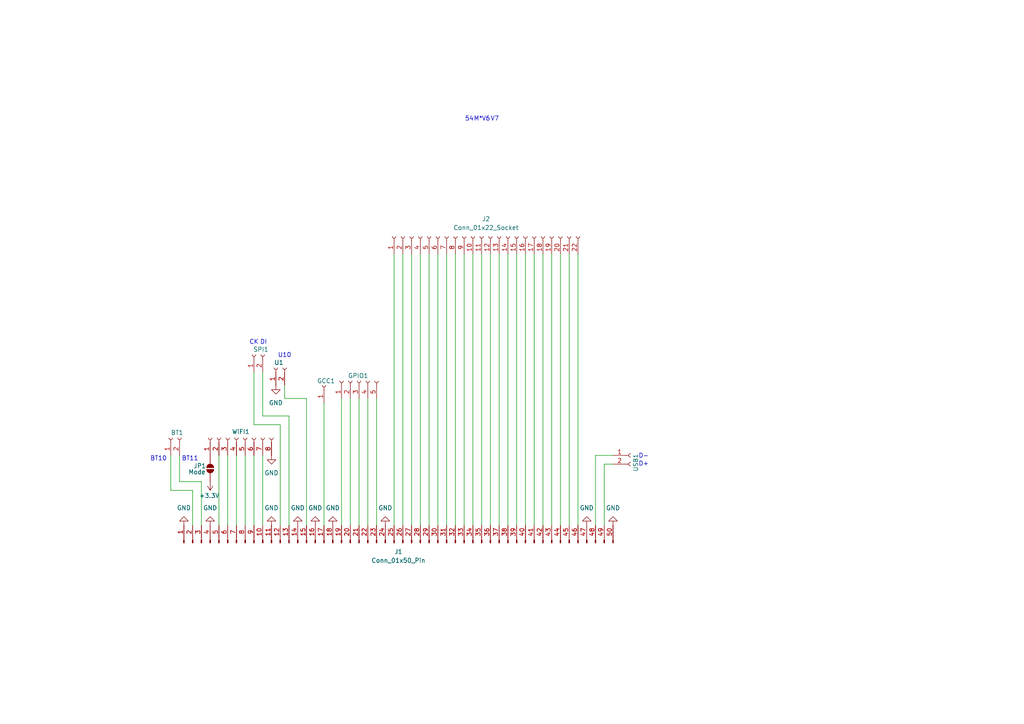
<source format=kicad_sch>
(kicad_sch
	(version 20250114)
	(generator "eeschema")
	(generator_version "9.0")
	(uuid "65d2c745-e8cf-450f-ae03-a1f3f988dcce")
	(paper "A4")
	(lib_symbols
		(symbol "Connector:Conn_01x01_Socket"
			(pin_names
				(offset 1.016)
				(hide yes)
			)
			(exclude_from_sim no)
			(in_bom yes)
			(on_board yes)
			(property "Reference" "J"
				(at 0 2.54 0)
				(effects
					(font
						(size 1.27 1.27)
					)
				)
			)
			(property "Value" "Conn_01x01_Socket"
				(at 0 -2.54 0)
				(effects
					(font
						(size 1.27 1.27)
					)
				)
			)
			(property "Footprint" ""
				(at 0 0 0)
				(effects
					(font
						(size 1.27 1.27)
					)
					(hide yes)
				)
			)
			(property "Datasheet" "~"
				(at 0 0 0)
				(effects
					(font
						(size 1.27 1.27)
					)
					(hide yes)
				)
			)
			(property "Description" "Generic connector, single row, 01x01, script generated"
				(at 0 0 0)
				(effects
					(font
						(size 1.27 1.27)
					)
					(hide yes)
				)
			)
			(property "ki_locked" ""
				(at 0 0 0)
				(effects
					(font
						(size 1.27 1.27)
					)
				)
			)
			(property "ki_keywords" "connector"
				(at 0 0 0)
				(effects
					(font
						(size 1.27 1.27)
					)
					(hide yes)
				)
			)
			(property "ki_fp_filters" "Connector*:*_1x??_*"
				(at 0 0 0)
				(effects
					(font
						(size 1.27 1.27)
					)
					(hide yes)
				)
			)
			(symbol "Conn_01x01_Socket_1_1"
				(polyline
					(pts
						(xy -1.27 0) (xy -0.508 0)
					)
					(stroke
						(width 0.1524)
						(type default)
					)
					(fill
						(type none)
					)
				)
				(arc
					(start 0 -0.508)
					(mid -0.5058 0)
					(end 0 0.508)
					(stroke
						(width 0.1524)
						(type default)
					)
					(fill
						(type none)
					)
				)
				(pin passive line
					(at -5.08 0 0)
					(length 3.81)
					(name "Pin_1"
						(effects
							(font
								(size 1.27 1.27)
							)
						)
					)
					(number "1"
						(effects
							(font
								(size 1.27 1.27)
							)
						)
					)
				)
			)
			(embedded_fonts no)
		)
		(symbol "Connector:Conn_01x02_Socket"
			(pin_names
				(offset 1.016)
				(hide yes)
			)
			(exclude_from_sim no)
			(in_bom yes)
			(on_board yes)
			(property "Reference" "J"
				(at 0 2.54 0)
				(effects
					(font
						(size 1.27 1.27)
					)
				)
			)
			(property "Value" "Conn_01x02_Socket"
				(at 0 -5.08 0)
				(effects
					(font
						(size 1.27 1.27)
					)
				)
			)
			(property "Footprint" ""
				(at 0 0 0)
				(effects
					(font
						(size 1.27 1.27)
					)
					(hide yes)
				)
			)
			(property "Datasheet" "~"
				(at 0 0 0)
				(effects
					(font
						(size 1.27 1.27)
					)
					(hide yes)
				)
			)
			(property "Description" "Generic connector, single row, 01x02, script generated"
				(at 0 0 0)
				(effects
					(font
						(size 1.27 1.27)
					)
					(hide yes)
				)
			)
			(property "ki_locked" ""
				(at 0 0 0)
				(effects
					(font
						(size 1.27 1.27)
					)
				)
			)
			(property "ki_keywords" "connector"
				(at 0 0 0)
				(effects
					(font
						(size 1.27 1.27)
					)
					(hide yes)
				)
			)
			(property "ki_fp_filters" "Connector*:*_1x??_*"
				(at 0 0 0)
				(effects
					(font
						(size 1.27 1.27)
					)
					(hide yes)
				)
			)
			(symbol "Conn_01x02_Socket_1_1"
				(polyline
					(pts
						(xy -1.27 0) (xy -0.508 0)
					)
					(stroke
						(width 0.1524)
						(type default)
					)
					(fill
						(type none)
					)
				)
				(polyline
					(pts
						(xy -1.27 -2.54) (xy -0.508 -2.54)
					)
					(stroke
						(width 0.1524)
						(type default)
					)
					(fill
						(type none)
					)
				)
				(arc
					(start 0 -0.508)
					(mid -0.5058 0)
					(end 0 0.508)
					(stroke
						(width 0.1524)
						(type default)
					)
					(fill
						(type none)
					)
				)
				(arc
					(start 0 -3.048)
					(mid -0.5058 -2.54)
					(end 0 -2.032)
					(stroke
						(width 0.1524)
						(type default)
					)
					(fill
						(type none)
					)
				)
				(pin passive line
					(at -5.08 0 0)
					(length 3.81)
					(name "Pin_1"
						(effects
							(font
								(size 1.27 1.27)
							)
						)
					)
					(number "1"
						(effects
							(font
								(size 1.27 1.27)
							)
						)
					)
				)
				(pin passive line
					(at -5.08 -2.54 0)
					(length 3.81)
					(name "Pin_2"
						(effects
							(font
								(size 1.27 1.27)
							)
						)
					)
					(number "2"
						(effects
							(font
								(size 1.27 1.27)
							)
						)
					)
				)
			)
			(embedded_fonts no)
		)
		(symbol "Connector:Conn_01x05_Socket"
			(pin_names
				(offset 1.016)
				(hide yes)
			)
			(exclude_from_sim no)
			(in_bom yes)
			(on_board yes)
			(property "Reference" "J"
				(at 0 7.62 0)
				(effects
					(font
						(size 1.27 1.27)
					)
				)
			)
			(property "Value" "Conn_01x05_Socket"
				(at 0 -7.62 0)
				(effects
					(font
						(size 1.27 1.27)
					)
				)
			)
			(property "Footprint" ""
				(at 0 0 0)
				(effects
					(font
						(size 1.27 1.27)
					)
					(hide yes)
				)
			)
			(property "Datasheet" "~"
				(at 0 0 0)
				(effects
					(font
						(size 1.27 1.27)
					)
					(hide yes)
				)
			)
			(property "Description" "Generic connector, single row, 01x05, script generated"
				(at 0 0 0)
				(effects
					(font
						(size 1.27 1.27)
					)
					(hide yes)
				)
			)
			(property "ki_locked" ""
				(at 0 0 0)
				(effects
					(font
						(size 1.27 1.27)
					)
				)
			)
			(property "ki_keywords" "connector"
				(at 0 0 0)
				(effects
					(font
						(size 1.27 1.27)
					)
					(hide yes)
				)
			)
			(property "ki_fp_filters" "Connector*:*_1x??_*"
				(at 0 0 0)
				(effects
					(font
						(size 1.27 1.27)
					)
					(hide yes)
				)
			)
			(symbol "Conn_01x05_Socket_1_1"
				(polyline
					(pts
						(xy -1.27 5.08) (xy -0.508 5.08)
					)
					(stroke
						(width 0.1524)
						(type default)
					)
					(fill
						(type none)
					)
				)
				(polyline
					(pts
						(xy -1.27 2.54) (xy -0.508 2.54)
					)
					(stroke
						(width 0.1524)
						(type default)
					)
					(fill
						(type none)
					)
				)
				(polyline
					(pts
						(xy -1.27 0) (xy -0.508 0)
					)
					(stroke
						(width 0.1524)
						(type default)
					)
					(fill
						(type none)
					)
				)
				(polyline
					(pts
						(xy -1.27 -2.54) (xy -0.508 -2.54)
					)
					(stroke
						(width 0.1524)
						(type default)
					)
					(fill
						(type none)
					)
				)
				(polyline
					(pts
						(xy -1.27 -5.08) (xy -0.508 -5.08)
					)
					(stroke
						(width 0.1524)
						(type default)
					)
					(fill
						(type none)
					)
				)
				(arc
					(start 0 4.572)
					(mid -0.5058 5.08)
					(end 0 5.588)
					(stroke
						(width 0.1524)
						(type default)
					)
					(fill
						(type none)
					)
				)
				(arc
					(start 0 2.032)
					(mid -0.5058 2.54)
					(end 0 3.048)
					(stroke
						(width 0.1524)
						(type default)
					)
					(fill
						(type none)
					)
				)
				(arc
					(start 0 -0.508)
					(mid -0.5058 0)
					(end 0 0.508)
					(stroke
						(width 0.1524)
						(type default)
					)
					(fill
						(type none)
					)
				)
				(arc
					(start 0 -3.048)
					(mid -0.5058 -2.54)
					(end 0 -2.032)
					(stroke
						(width 0.1524)
						(type default)
					)
					(fill
						(type none)
					)
				)
				(arc
					(start 0 -5.588)
					(mid -0.5058 -5.08)
					(end 0 -4.572)
					(stroke
						(width 0.1524)
						(type default)
					)
					(fill
						(type none)
					)
				)
				(pin passive line
					(at -5.08 5.08 0)
					(length 3.81)
					(name "Pin_1"
						(effects
							(font
								(size 1.27 1.27)
							)
						)
					)
					(number "1"
						(effects
							(font
								(size 1.27 1.27)
							)
						)
					)
				)
				(pin passive line
					(at -5.08 2.54 0)
					(length 3.81)
					(name "Pin_2"
						(effects
							(font
								(size 1.27 1.27)
							)
						)
					)
					(number "2"
						(effects
							(font
								(size 1.27 1.27)
							)
						)
					)
				)
				(pin passive line
					(at -5.08 0 0)
					(length 3.81)
					(name "Pin_3"
						(effects
							(font
								(size 1.27 1.27)
							)
						)
					)
					(number "3"
						(effects
							(font
								(size 1.27 1.27)
							)
						)
					)
				)
				(pin passive line
					(at -5.08 -2.54 0)
					(length 3.81)
					(name "Pin_4"
						(effects
							(font
								(size 1.27 1.27)
							)
						)
					)
					(number "4"
						(effects
							(font
								(size 1.27 1.27)
							)
						)
					)
				)
				(pin passive line
					(at -5.08 -5.08 0)
					(length 3.81)
					(name "Pin_5"
						(effects
							(font
								(size 1.27 1.27)
							)
						)
					)
					(number "5"
						(effects
							(font
								(size 1.27 1.27)
							)
						)
					)
				)
			)
			(embedded_fonts no)
		)
		(symbol "Connector:Conn_01x08_Socket"
			(pin_names
				(offset 1.016)
				(hide yes)
			)
			(exclude_from_sim no)
			(in_bom yes)
			(on_board yes)
			(property "Reference" "J"
				(at 0 10.16 0)
				(effects
					(font
						(size 1.27 1.27)
					)
				)
			)
			(property "Value" "Conn_01x08_Socket"
				(at 0 -12.7 0)
				(effects
					(font
						(size 1.27 1.27)
					)
				)
			)
			(property "Footprint" ""
				(at 0 0 0)
				(effects
					(font
						(size 1.27 1.27)
					)
					(hide yes)
				)
			)
			(property "Datasheet" "~"
				(at 0 0 0)
				(effects
					(font
						(size 1.27 1.27)
					)
					(hide yes)
				)
			)
			(property "Description" "Generic connector, single row, 01x08, script generated"
				(at 0 0 0)
				(effects
					(font
						(size 1.27 1.27)
					)
					(hide yes)
				)
			)
			(property "ki_locked" ""
				(at 0 0 0)
				(effects
					(font
						(size 1.27 1.27)
					)
				)
			)
			(property "ki_keywords" "connector"
				(at 0 0 0)
				(effects
					(font
						(size 1.27 1.27)
					)
					(hide yes)
				)
			)
			(property "ki_fp_filters" "Connector*:*_1x??_*"
				(at 0 0 0)
				(effects
					(font
						(size 1.27 1.27)
					)
					(hide yes)
				)
			)
			(symbol "Conn_01x08_Socket_1_1"
				(polyline
					(pts
						(xy -1.27 7.62) (xy -0.508 7.62)
					)
					(stroke
						(width 0.1524)
						(type default)
					)
					(fill
						(type none)
					)
				)
				(polyline
					(pts
						(xy -1.27 5.08) (xy -0.508 5.08)
					)
					(stroke
						(width 0.1524)
						(type default)
					)
					(fill
						(type none)
					)
				)
				(polyline
					(pts
						(xy -1.27 2.54) (xy -0.508 2.54)
					)
					(stroke
						(width 0.1524)
						(type default)
					)
					(fill
						(type none)
					)
				)
				(polyline
					(pts
						(xy -1.27 0) (xy -0.508 0)
					)
					(stroke
						(width 0.1524)
						(type default)
					)
					(fill
						(type none)
					)
				)
				(polyline
					(pts
						(xy -1.27 -2.54) (xy -0.508 -2.54)
					)
					(stroke
						(width 0.1524)
						(type default)
					)
					(fill
						(type none)
					)
				)
				(polyline
					(pts
						(xy -1.27 -5.08) (xy -0.508 -5.08)
					)
					(stroke
						(width 0.1524)
						(type default)
					)
					(fill
						(type none)
					)
				)
				(polyline
					(pts
						(xy -1.27 -7.62) (xy -0.508 -7.62)
					)
					(stroke
						(width 0.1524)
						(type default)
					)
					(fill
						(type none)
					)
				)
				(polyline
					(pts
						(xy -1.27 -10.16) (xy -0.508 -10.16)
					)
					(stroke
						(width 0.1524)
						(type default)
					)
					(fill
						(type none)
					)
				)
				(arc
					(start 0 7.112)
					(mid -0.5058 7.62)
					(end 0 8.128)
					(stroke
						(width 0.1524)
						(type default)
					)
					(fill
						(type none)
					)
				)
				(arc
					(start 0 4.572)
					(mid -0.5058 5.08)
					(end 0 5.588)
					(stroke
						(width 0.1524)
						(type default)
					)
					(fill
						(type none)
					)
				)
				(arc
					(start 0 2.032)
					(mid -0.5058 2.54)
					(end 0 3.048)
					(stroke
						(width 0.1524)
						(type default)
					)
					(fill
						(type none)
					)
				)
				(arc
					(start 0 -0.508)
					(mid -0.5058 0)
					(end 0 0.508)
					(stroke
						(width 0.1524)
						(type default)
					)
					(fill
						(type none)
					)
				)
				(arc
					(start 0 -3.048)
					(mid -0.5058 -2.54)
					(end 0 -2.032)
					(stroke
						(width 0.1524)
						(type default)
					)
					(fill
						(type none)
					)
				)
				(arc
					(start 0 -5.588)
					(mid -0.5058 -5.08)
					(end 0 -4.572)
					(stroke
						(width 0.1524)
						(type default)
					)
					(fill
						(type none)
					)
				)
				(arc
					(start 0 -8.128)
					(mid -0.5058 -7.62)
					(end 0 -7.112)
					(stroke
						(width 0.1524)
						(type default)
					)
					(fill
						(type none)
					)
				)
				(arc
					(start 0 -10.668)
					(mid -0.5058 -10.16)
					(end 0 -9.652)
					(stroke
						(width 0.1524)
						(type default)
					)
					(fill
						(type none)
					)
				)
				(pin passive line
					(at -5.08 7.62 0)
					(length 3.81)
					(name "Pin_1"
						(effects
							(font
								(size 1.27 1.27)
							)
						)
					)
					(number "1"
						(effects
							(font
								(size 1.27 1.27)
							)
						)
					)
				)
				(pin passive line
					(at -5.08 5.08 0)
					(length 3.81)
					(name "Pin_2"
						(effects
							(font
								(size 1.27 1.27)
							)
						)
					)
					(number "2"
						(effects
							(font
								(size 1.27 1.27)
							)
						)
					)
				)
				(pin passive line
					(at -5.08 2.54 0)
					(length 3.81)
					(name "Pin_3"
						(effects
							(font
								(size 1.27 1.27)
							)
						)
					)
					(number "3"
						(effects
							(font
								(size 1.27 1.27)
							)
						)
					)
				)
				(pin passive line
					(at -5.08 0 0)
					(length 3.81)
					(name "Pin_4"
						(effects
							(font
								(size 1.27 1.27)
							)
						)
					)
					(number "4"
						(effects
							(font
								(size 1.27 1.27)
							)
						)
					)
				)
				(pin passive line
					(at -5.08 -2.54 0)
					(length 3.81)
					(name "Pin_5"
						(effects
							(font
								(size 1.27 1.27)
							)
						)
					)
					(number "5"
						(effects
							(font
								(size 1.27 1.27)
							)
						)
					)
				)
				(pin passive line
					(at -5.08 -5.08 0)
					(length 3.81)
					(name "Pin_6"
						(effects
							(font
								(size 1.27 1.27)
							)
						)
					)
					(number "6"
						(effects
							(font
								(size 1.27 1.27)
							)
						)
					)
				)
				(pin passive line
					(at -5.08 -7.62 0)
					(length 3.81)
					(name "Pin_7"
						(effects
							(font
								(size 1.27 1.27)
							)
						)
					)
					(number "7"
						(effects
							(font
								(size 1.27 1.27)
							)
						)
					)
				)
				(pin passive line
					(at -5.08 -10.16 0)
					(length 3.81)
					(name "Pin_8"
						(effects
							(font
								(size 1.27 1.27)
							)
						)
					)
					(number "8"
						(effects
							(font
								(size 1.27 1.27)
							)
						)
					)
				)
			)
			(embedded_fonts no)
		)
		(symbol "Connector:Conn_01x22_Socket"
			(pin_names
				(offset 1.016)
				(hide yes)
			)
			(exclude_from_sim no)
			(in_bom yes)
			(on_board yes)
			(property "Reference" "J"
				(at 0 27.94 0)
				(effects
					(font
						(size 1.27 1.27)
					)
				)
			)
			(property "Value" "Conn_01x22_Socket"
				(at 0 -30.48 0)
				(effects
					(font
						(size 1.27 1.27)
					)
				)
			)
			(property "Footprint" ""
				(at 0 0 0)
				(effects
					(font
						(size 1.27 1.27)
					)
					(hide yes)
				)
			)
			(property "Datasheet" "~"
				(at 0 0 0)
				(effects
					(font
						(size 1.27 1.27)
					)
					(hide yes)
				)
			)
			(property "Description" "Generic connector, single row, 01x22, script generated"
				(at 0 0 0)
				(effects
					(font
						(size 1.27 1.27)
					)
					(hide yes)
				)
			)
			(property "ki_locked" ""
				(at 0 0 0)
				(effects
					(font
						(size 1.27 1.27)
					)
				)
			)
			(property "ki_keywords" "connector"
				(at 0 0 0)
				(effects
					(font
						(size 1.27 1.27)
					)
					(hide yes)
				)
			)
			(property "ki_fp_filters" "Connector*:*_1x??_*"
				(at 0 0 0)
				(effects
					(font
						(size 1.27 1.27)
					)
					(hide yes)
				)
			)
			(symbol "Conn_01x22_Socket_1_1"
				(polyline
					(pts
						(xy -1.27 25.4) (xy -0.508 25.4)
					)
					(stroke
						(width 0.1524)
						(type default)
					)
					(fill
						(type none)
					)
				)
				(polyline
					(pts
						(xy -1.27 22.86) (xy -0.508 22.86)
					)
					(stroke
						(width 0.1524)
						(type default)
					)
					(fill
						(type none)
					)
				)
				(polyline
					(pts
						(xy -1.27 20.32) (xy -0.508 20.32)
					)
					(stroke
						(width 0.1524)
						(type default)
					)
					(fill
						(type none)
					)
				)
				(polyline
					(pts
						(xy -1.27 17.78) (xy -0.508 17.78)
					)
					(stroke
						(width 0.1524)
						(type default)
					)
					(fill
						(type none)
					)
				)
				(polyline
					(pts
						(xy -1.27 15.24) (xy -0.508 15.24)
					)
					(stroke
						(width 0.1524)
						(type default)
					)
					(fill
						(type none)
					)
				)
				(polyline
					(pts
						(xy -1.27 12.7) (xy -0.508 12.7)
					)
					(stroke
						(width 0.1524)
						(type default)
					)
					(fill
						(type none)
					)
				)
				(polyline
					(pts
						(xy -1.27 10.16) (xy -0.508 10.16)
					)
					(stroke
						(width 0.1524)
						(type default)
					)
					(fill
						(type none)
					)
				)
				(polyline
					(pts
						(xy -1.27 7.62) (xy -0.508 7.62)
					)
					(stroke
						(width 0.1524)
						(type default)
					)
					(fill
						(type none)
					)
				)
				(polyline
					(pts
						(xy -1.27 5.08) (xy -0.508 5.08)
					)
					(stroke
						(width 0.1524)
						(type default)
					)
					(fill
						(type none)
					)
				)
				(polyline
					(pts
						(xy -1.27 2.54) (xy -0.508 2.54)
					)
					(stroke
						(width 0.1524)
						(type default)
					)
					(fill
						(type none)
					)
				)
				(polyline
					(pts
						(xy -1.27 0) (xy -0.508 0)
					)
					(stroke
						(width 0.1524)
						(type default)
					)
					(fill
						(type none)
					)
				)
				(polyline
					(pts
						(xy -1.27 -2.54) (xy -0.508 -2.54)
					)
					(stroke
						(width 0.1524)
						(type default)
					)
					(fill
						(type none)
					)
				)
				(polyline
					(pts
						(xy -1.27 -5.08) (xy -0.508 -5.08)
					)
					(stroke
						(width 0.1524)
						(type default)
					)
					(fill
						(type none)
					)
				)
				(polyline
					(pts
						(xy -1.27 -7.62) (xy -0.508 -7.62)
					)
					(stroke
						(width 0.1524)
						(type default)
					)
					(fill
						(type none)
					)
				)
				(polyline
					(pts
						(xy -1.27 -10.16) (xy -0.508 -10.16)
					)
					(stroke
						(width 0.1524)
						(type default)
					)
					(fill
						(type none)
					)
				)
				(polyline
					(pts
						(xy -1.27 -12.7) (xy -0.508 -12.7)
					)
					(stroke
						(width 0.1524)
						(type default)
					)
					(fill
						(type none)
					)
				)
				(polyline
					(pts
						(xy -1.27 -15.24) (xy -0.508 -15.24)
					)
					(stroke
						(width 0.1524)
						(type default)
					)
					(fill
						(type none)
					)
				)
				(polyline
					(pts
						(xy -1.27 -17.78) (xy -0.508 -17.78)
					)
					(stroke
						(width 0.1524)
						(type default)
					)
					(fill
						(type none)
					)
				)
				(polyline
					(pts
						(xy -1.27 -20.32) (xy -0.508 -20.32)
					)
					(stroke
						(width 0.1524)
						(type default)
					)
					(fill
						(type none)
					)
				)
				(polyline
					(pts
						(xy -1.27 -22.86) (xy -0.508 -22.86)
					)
					(stroke
						(width 0.1524)
						(type default)
					)
					(fill
						(type none)
					)
				)
				(polyline
					(pts
						(xy -1.27 -25.4) (xy -0.508 -25.4)
					)
					(stroke
						(width 0.1524)
						(type default)
					)
					(fill
						(type none)
					)
				)
				(polyline
					(pts
						(xy -1.27 -27.94) (xy -0.508 -27.94)
					)
					(stroke
						(width 0.1524)
						(type default)
					)
					(fill
						(type none)
					)
				)
				(arc
					(start 0 24.892)
					(mid -0.5058 25.4)
					(end 0 25.908)
					(stroke
						(width 0.1524)
						(type default)
					)
					(fill
						(type none)
					)
				)
				(arc
					(start 0 22.352)
					(mid -0.5058 22.86)
					(end 0 23.368)
					(stroke
						(width 0.1524)
						(type default)
					)
					(fill
						(type none)
					)
				)
				(arc
					(start 0 19.812)
					(mid -0.5058 20.32)
					(end 0 20.828)
					(stroke
						(width 0.1524)
						(type default)
					)
					(fill
						(type none)
					)
				)
				(arc
					(start 0 17.272)
					(mid -0.5058 17.78)
					(end 0 18.288)
					(stroke
						(width 0.1524)
						(type default)
					)
					(fill
						(type none)
					)
				)
				(arc
					(start 0 14.732)
					(mid -0.5058 15.24)
					(end 0 15.748)
					(stroke
						(width 0.1524)
						(type default)
					)
					(fill
						(type none)
					)
				)
				(arc
					(start 0 12.192)
					(mid -0.5058 12.7)
					(end 0 13.208)
					(stroke
						(width 0.1524)
						(type default)
					)
					(fill
						(type none)
					)
				)
				(arc
					(start 0 9.652)
					(mid -0.5058 10.16)
					(end 0 10.668)
					(stroke
						(width 0.1524)
						(type default)
					)
					(fill
						(type none)
					)
				)
				(arc
					(start 0 7.112)
					(mid -0.5058 7.62)
					(end 0 8.128)
					(stroke
						(width 0.1524)
						(type default)
					)
					(fill
						(type none)
					)
				)
				(arc
					(start 0 4.572)
					(mid -0.5058 5.08)
					(end 0 5.588)
					(stroke
						(width 0.1524)
						(type default)
					)
					(fill
						(type none)
					)
				)
				(arc
					(start 0 2.032)
					(mid -0.5058 2.54)
					(end 0 3.048)
					(stroke
						(width 0.1524)
						(type default)
					)
					(fill
						(type none)
					)
				)
				(arc
					(start 0 -0.508)
					(mid -0.5058 0)
					(end 0 0.508)
					(stroke
						(width 0.1524)
						(type default)
					)
					(fill
						(type none)
					)
				)
				(arc
					(start 0 -3.048)
					(mid -0.5058 -2.54)
					(end 0 -2.032)
					(stroke
						(width 0.1524)
						(type default)
					)
					(fill
						(type none)
					)
				)
				(arc
					(start 0 -5.588)
					(mid -0.5058 -5.08)
					(end 0 -4.572)
					(stroke
						(width 0.1524)
						(type default)
					)
					(fill
						(type none)
					)
				)
				(arc
					(start 0 -8.128)
					(mid -0.5058 -7.62)
					(end 0 -7.112)
					(stroke
						(width 0.1524)
						(type default)
					)
					(fill
						(type none)
					)
				)
				(arc
					(start 0 -10.668)
					(mid -0.5058 -10.16)
					(end 0 -9.652)
					(stroke
						(width 0.1524)
						(type default)
					)
					(fill
						(type none)
					)
				)
				(arc
					(start 0 -13.208)
					(mid -0.5058 -12.7)
					(end 0 -12.192)
					(stroke
						(width 0.1524)
						(type default)
					)
					(fill
						(type none)
					)
				)
				(arc
					(start 0 -15.748)
					(mid -0.5058 -15.24)
					(end 0 -14.732)
					(stroke
						(width 0.1524)
						(type default)
					)
					(fill
						(type none)
					)
				)
				(arc
					(start 0 -18.288)
					(mid -0.5058 -17.78)
					(end 0 -17.272)
					(stroke
						(width 0.1524)
						(type default)
					)
					(fill
						(type none)
					)
				)
				(arc
					(start 0 -20.828)
					(mid -0.5058 -20.32)
					(end 0 -19.812)
					(stroke
						(width 0.1524)
						(type default)
					)
					(fill
						(type none)
					)
				)
				(arc
					(start 0 -23.368)
					(mid -0.5058 -22.86)
					(end 0 -22.352)
					(stroke
						(width 0.1524)
						(type default)
					)
					(fill
						(type none)
					)
				)
				(arc
					(start 0 -25.908)
					(mid -0.5058 -25.4)
					(end 0 -24.892)
					(stroke
						(width 0.1524)
						(type default)
					)
					(fill
						(type none)
					)
				)
				(arc
					(start 0 -28.448)
					(mid -0.5058 -27.94)
					(end 0 -27.432)
					(stroke
						(width 0.1524)
						(type default)
					)
					(fill
						(type none)
					)
				)
				(pin passive line
					(at -5.08 25.4 0)
					(length 3.81)
					(name "Pin_1"
						(effects
							(font
								(size 1.27 1.27)
							)
						)
					)
					(number "1"
						(effects
							(font
								(size 1.27 1.27)
							)
						)
					)
				)
				(pin passive line
					(at -5.08 22.86 0)
					(length 3.81)
					(name "Pin_2"
						(effects
							(font
								(size 1.27 1.27)
							)
						)
					)
					(number "2"
						(effects
							(font
								(size 1.27 1.27)
							)
						)
					)
				)
				(pin passive line
					(at -5.08 20.32 0)
					(length 3.81)
					(name "Pin_3"
						(effects
							(font
								(size 1.27 1.27)
							)
						)
					)
					(number "3"
						(effects
							(font
								(size 1.27 1.27)
							)
						)
					)
				)
				(pin passive line
					(at -5.08 17.78 0)
					(length 3.81)
					(name "Pin_4"
						(effects
							(font
								(size 1.27 1.27)
							)
						)
					)
					(number "4"
						(effects
							(font
								(size 1.27 1.27)
							)
						)
					)
				)
				(pin passive line
					(at -5.08 15.24 0)
					(length 3.81)
					(name "Pin_5"
						(effects
							(font
								(size 1.27 1.27)
							)
						)
					)
					(number "5"
						(effects
							(font
								(size 1.27 1.27)
							)
						)
					)
				)
				(pin passive line
					(at -5.08 12.7 0)
					(length 3.81)
					(name "Pin_6"
						(effects
							(font
								(size 1.27 1.27)
							)
						)
					)
					(number "6"
						(effects
							(font
								(size 1.27 1.27)
							)
						)
					)
				)
				(pin passive line
					(at -5.08 10.16 0)
					(length 3.81)
					(name "Pin_7"
						(effects
							(font
								(size 1.27 1.27)
							)
						)
					)
					(number "7"
						(effects
							(font
								(size 1.27 1.27)
							)
						)
					)
				)
				(pin passive line
					(at -5.08 7.62 0)
					(length 3.81)
					(name "Pin_8"
						(effects
							(font
								(size 1.27 1.27)
							)
						)
					)
					(number "8"
						(effects
							(font
								(size 1.27 1.27)
							)
						)
					)
				)
				(pin passive line
					(at -5.08 5.08 0)
					(length 3.81)
					(name "Pin_9"
						(effects
							(font
								(size 1.27 1.27)
							)
						)
					)
					(number "9"
						(effects
							(font
								(size 1.27 1.27)
							)
						)
					)
				)
				(pin passive line
					(at -5.08 2.54 0)
					(length 3.81)
					(name "Pin_10"
						(effects
							(font
								(size 1.27 1.27)
							)
						)
					)
					(number "10"
						(effects
							(font
								(size 1.27 1.27)
							)
						)
					)
				)
				(pin passive line
					(at -5.08 0 0)
					(length 3.81)
					(name "Pin_11"
						(effects
							(font
								(size 1.27 1.27)
							)
						)
					)
					(number "11"
						(effects
							(font
								(size 1.27 1.27)
							)
						)
					)
				)
				(pin passive line
					(at -5.08 -2.54 0)
					(length 3.81)
					(name "Pin_12"
						(effects
							(font
								(size 1.27 1.27)
							)
						)
					)
					(number "12"
						(effects
							(font
								(size 1.27 1.27)
							)
						)
					)
				)
				(pin passive line
					(at -5.08 -5.08 0)
					(length 3.81)
					(name "Pin_13"
						(effects
							(font
								(size 1.27 1.27)
							)
						)
					)
					(number "13"
						(effects
							(font
								(size 1.27 1.27)
							)
						)
					)
				)
				(pin passive line
					(at -5.08 -7.62 0)
					(length 3.81)
					(name "Pin_14"
						(effects
							(font
								(size 1.27 1.27)
							)
						)
					)
					(number "14"
						(effects
							(font
								(size 1.27 1.27)
							)
						)
					)
				)
				(pin passive line
					(at -5.08 -10.16 0)
					(length 3.81)
					(name "Pin_15"
						(effects
							(font
								(size 1.27 1.27)
							)
						)
					)
					(number "15"
						(effects
							(font
								(size 1.27 1.27)
							)
						)
					)
				)
				(pin passive line
					(at -5.08 -12.7 0)
					(length 3.81)
					(name "Pin_16"
						(effects
							(font
								(size 1.27 1.27)
							)
						)
					)
					(number "16"
						(effects
							(font
								(size 1.27 1.27)
							)
						)
					)
				)
				(pin passive line
					(at -5.08 -15.24 0)
					(length 3.81)
					(name "Pin_17"
						(effects
							(font
								(size 1.27 1.27)
							)
						)
					)
					(number "17"
						(effects
							(font
								(size 1.27 1.27)
							)
						)
					)
				)
				(pin passive line
					(at -5.08 -17.78 0)
					(length 3.81)
					(name "Pin_18"
						(effects
							(font
								(size 1.27 1.27)
							)
						)
					)
					(number "18"
						(effects
							(font
								(size 1.27 1.27)
							)
						)
					)
				)
				(pin passive line
					(at -5.08 -20.32 0)
					(length 3.81)
					(name "Pin_19"
						(effects
							(font
								(size 1.27 1.27)
							)
						)
					)
					(number "19"
						(effects
							(font
								(size 1.27 1.27)
							)
						)
					)
				)
				(pin passive line
					(at -5.08 -22.86 0)
					(length 3.81)
					(name "Pin_20"
						(effects
							(font
								(size 1.27 1.27)
							)
						)
					)
					(number "20"
						(effects
							(font
								(size 1.27 1.27)
							)
						)
					)
				)
				(pin passive line
					(at -5.08 -25.4 0)
					(length 3.81)
					(name "Pin_21"
						(effects
							(font
								(size 1.27 1.27)
							)
						)
					)
					(number "21"
						(effects
							(font
								(size 1.27 1.27)
							)
						)
					)
				)
				(pin passive line
					(at -5.08 -27.94 0)
					(length 3.81)
					(name "Pin_22"
						(effects
							(font
								(size 1.27 1.27)
							)
						)
					)
					(number "22"
						(effects
							(font
								(size 1.27 1.27)
							)
						)
					)
				)
			)
			(embedded_fonts no)
		)
		(symbol "Connector:Conn_01x50_Pin"
			(pin_names
				(offset 1.016)
				(hide yes)
			)
			(exclude_from_sim no)
			(in_bom yes)
			(on_board yes)
			(property "Reference" "J"
				(at 0 63.5 0)
				(effects
					(font
						(size 1.27 1.27)
					)
				)
			)
			(property "Value" "Conn_01x50_Pin"
				(at 0 -66.04 0)
				(effects
					(font
						(size 1.27 1.27)
					)
				)
			)
			(property "Footprint" ""
				(at 0 0 0)
				(effects
					(font
						(size 1.27 1.27)
					)
					(hide yes)
				)
			)
			(property "Datasheet" "~"
				(at 0 0 0)
				(effects
					(font
						(size 1.27 1.27)
					)
					(hide yes)
				)
			)
			(property "Description" "\"Generic connector, single row, 01x50, script generated\""
				(at 0 0 0)
				(effects
					(font
						(size 1.27 1.27)
					)
					(hide yes)
				)
			)
			(property "ki_locked" ""
				(at 0 0 0)
				(effects
					(font
						(size 1.27 1.27)
					)
				)
			)
			(property "ki_keywords" "connector"
				(at 0 0 0)
				(effects
					(font
						(size 1.27 1.27)
					)
					(hide yes)
				)
			)
			(property "ki_fp_filters" "Connector*:*_1x??_*"
				(at 0 0 0)
				(effects
					(font
						(size 1.27 1.27)
					)
					(hide yes)
				)
			)
			(symbol "Conn_01x50_Pin_1_1"
				(rectangle
					(start 0.8636 61.087)
					(end 0 60.833)
					(stroke
						(width 0.1524)
						(type default)
					)
					(fill
						(type outline)
					)
				)
				(rectangle
					(start 0.8636 58.547)
					(end 0 58.293)
					(stroke
						(width 0.1524)
						(type default)
					)
					(fill
						(type outline)
					)
				)
				(rectangle
					(start 0.8636 56.007)
					(end 0 55.753)
					(stroke
						(width 0.1524)
						(type default)
					)
					(fill
						(type outline)
					)
				)
				(rectangle
					(start 0.8636 53.467)
					(end 0 53.213)
					(stroke
						(width 0.1524)
						(type default)
					)
					(fill
						(type outline)
					)
				)
				(rectangle
					(start 0.8636 50.927)
					(end 0 50.673)
					(stroke
						(width 0.1524)
						(type default)
					)
					(fill
						(type outline)
					)
				)
				(rectangle
					(start 0.8636 48.387)
					(end 0 48.133)
					(stroke
						(width 0.1524)
						(type default)
					)
					(fill
						(type outline)
					)
				)
				(rectangle
					(start 0.8636 45.847)
					(end 0 45.593)
					(stroke
						(width 0.1524)
						(type default)
					)
					(fill
						(type outline)
					)
				)
				(rectangle
					(start 0.8636 43.307)
					(end 0 43.053)
					(stroke
						(width 0.1524)
						(type default)
					)
					(fill
						(type outline)
					)
				)
				(rectangle
					(start 0.8636 40.767)
					(end 0 40.513)
					(stroke
						(width 0.1524)
						(type default)
					)
					(fill
						(type outline)
					)
				)
				(rectangle
					(start 0.8636 38.227)
					(end 0 37.973)
					(stroke
						(width 0.1524)
						(type default)
					)
					(fill
						(type outline)
					)
				)
				(rectangle
					(start 0.8636 35.687)
					(end 0 35.433)
					(stroke
						(width 0.1524)
						(type default)
					)
					(fill
						(type outline)
					)
				)
				(rectangle
					(start 0.8636 33.147)
					(end 0 32.893)
					(stroke
						(width 0.1524)
						(type default)
					)
					(fill
						(type outline)
					)
				)
				(rectangle
					(start 0.8636 30.607)
					(end 0 30.353)
					(stroke
						(width 0.1524)
						(type default)
					)
					(fill
						(type outline)
					)
				)
				(rectangle
					(start 0.8636 28.067)
					(end 0 27.813)
					(stroke
						(width 0.1524)
						(type default)
					)
					(fill
						(type outline)
					)
				)
				(rectangle
					(start 0.8636 25.527)
					(end 0 25.273)
					(stroke
						(width 0.1524)
						(type default)
					)
					(fill
						(type outline)
					)
				)
				(rectangle
					(start 0.8636 22.987)
					(end 0 22.733)
					(stroke
						(width 0.1524)
						(type default)
					)
					(fill
						(type outline)
					)
				)
				(rectangle
					(start 0.8636 20.447)
					(end 0 20.193)
					(stroke
						(width 0.1524)
						(type default)
					)
					(fill
						(type outline)
					)
				)
				(rectangle
					(start 0.8636 17.907)
					(end 0 17.653)
					(stroke
						(width 0.1524)
						(type default)
					)
					(fill
						(type outline)
					)
				)
				(rectangle
					(start 0.8636 15.367)
					(end 0 15.113)
					(stroke
						(width 0.1524)
						(type default)
					)
					(fill
						(type outline)
					)
				)
				(rectangle
					(start 0.8636 12.827)
					(end 0 12.573)
					(stroke
						(width 0.1524)
						(type default)
					)
					(fill
						(type outline)
					)
				)
				(rectangle
					(start 0.8636 10.287)
					(end 0 10.033)
					(stroke
						(width 0.1524)
						(type default)
					)
					(fill
						(type outline)
					)
				)
				(rectangle
					(start 0.8636 7.747)
					(end 0 7.493)
					(stroke
						(width 0.1524)
						(type default)
					)
					(fill
						(type outline)
					)
				)
				(rectangle
					(start 0.8636 5.207)
					(end 0 4.953)
					(stroke
						(width 0.1524)
						(type default)
					)
					(fill
						(type outline)
					)
				)
				(rectangle
					(start 0.8636 2.667)
					(end 0 2.413)
					(stroke
						(width 0.1524)
						(type default)
					)
					(fill
						(type outline)
					)
				)
				(rectangle
					(start 0.8636 0.127)
					(end 0 -0.127)
					(stroke
						(width 0.1524)
						(type default)
					)
					(fill
						(type outline)
					)
				)
				(rectangle
					(start 0.8636 -2.413)
					(end 0 -2.667)
					(stroke
						(width 0.1524)
						(type default)
					)
					(fill
						(type outline)
					)
				)
				(rectangle
					(start 0.8636 -4.953)
					(end 0 -5.207)
					(stroke
						(width 0.1524)
						(type default)
					)
					(fill
						(type outline)
					)
				)
				(rectangle
					(start 0.8636 -7.493)
					(end 0 -7.747)
					(stroke
						(width 0.1524)
						(type default)
					)
					(fill
						(type outline)
					)
				)
				(rectangle
					(start 0.8636 -10.033)
					(end 0 -10.287)
					(stroke
						(width 0.1524)
						(type default)
					)
					(fill
						(type outline)
					)
				)
				(rectangle
					(start 0.8636 -12.573)
					(end 0 -12.827)
					(stroke
						(width 0.1524)
						(type default)
					)
					(fill
						(type outline)
					)
				)
				(rectangle
					(start 0.8636 -15.113)
					(end 0 -15.367)
					(stroke
						(width 0.1524)
						(type default)
					)
					(fill
						(type outline)
					)
				)
				(rectangle
					(start 0.8636 -17.653)
					(end 0 -17.907)
					(stroke
						(width 0.1524)
						(type default)
					)
					(fill
						(type outline)
					)
				)
				(rectangle
					(start 0.8636 -20.193)
					(end 0 -20.447)
					(stroke
						(width 0.1524)
						(type default)
					)
					(fill
						(type outline)
					)
				)
				(rectangle
					(start 0.8636 -22.733)
					(end 0 -22.987)
					(stroke
						(width 0.1524)
						(type default)
					)
					(fill
						(type outline)
					)
				)
				(rectangle
					(start 0.8636 -25.273)
					(end 0 -25.527)
					(stroke
						(width 0.1524)
						(type default)
					)
					(fill
						(type outline)
					)
				)
				(rectangle
					(start 0.8636 -27.813)
					(end 0 -28.067)
					(stroke
						(width 0.1524)
						(type default)
					)
					(fill
						(type outline)
					)
				)
				(rectangle
					(start 0.8636 -30.353)
					(end 0 -30.607)
					(stroke
						(width 0.1524)
						(type default)
					)
					(fill
						(type outline)
					)
				)
				(rectangle
					(start 0.8636 -32.893)
					(end 0 -33.147)
					(stroke
						(width 0.1524)
						(type default)
					)
					(fill
						(type outline)
					)
				)
				(rectangle
					(start 0.8636 -35.433)
					(end 0 -35.687)
					(stroke
						(width 0.1524)
						(type default)
					)
					(fill
						(type outline)
					)
				)
				(rectangle
					(start 0.8636 -37.973)
					(end 0 -38.227)
					(stroke
						(width 0.1524)
						(type default)
					)
					(fill
						(type outline)
					)
				)
				(rectangle
					(start 0.8636 -40.513)
					(end 0 -40.767)
					(stroke
						(width 0.1524)
						(type default)
					)
					(fill
						(type outline)
					)
				)
				(rectangle
					(start 0.8636 -43.053)
					(end 0 -43.307)
					(stroke
						(width 0.1524)
						(type default)
					)
					(fill
						(type outline)
					)
				)
				(rectangle
					(start 0.8636 -45.593)
					(end 0 -45.847)
					(stroke
						(width 0.1524)
						(type default)
					)
					(fill
						(type outline)
					)
				)
				(rectangle
					(start 0.8636 -48.133)
					(end 0 -48.387)
					(stroke
						(width 0.1524)
						(type default)
					)
					(fill
						(type outline)
					)
				)
				(rectangle
					(start 0.8636 -50.673)
					(end 0 -50.927)
					(stroke
						(width 0.1524)
						(type default)
					)
					(fill
						(type outline)
					)
				)
				(rectangle
					(start 0.8636 -53.213)
					(end 0 -53.467)
					(stroke
						(width 0.1524)
						(type default)
					)
					(fill
						(type outline)
					)
				)
				(rectangle
					(start 0.8636 -55.753)
					(end 0 -56.007)
					(stroke
						(width 0.1524)
						(type default)
					)
					(fill
						(type outline)
					)
				)
				(rectangle
					(start 0.8636 -58.293)
					(end 0 -58.547)
					(stroke
						(width 0.1524)
						(type default)
					)
					(fill
						(type outline)
					)
				)
				(rectangle
					(start 0.8636 -60.833)
					(end 0 -61.087)
					(stroke
						(width 0.1524)
						(type default)
					)
					(fill
						(type outline)
					)
				)
				(rectangle
					(start 0.8636 -63.373)
					(end 0 -63.627)
					(stroke
						(width 0.1524)
						(type default)
					)
					(fill
						(type outline)
					)
				)
				(polyline
					(pts
						(xy 1.27 60.96) (xy 0.8636 60.96)
					)
					(stroke
						(width 0.1524)
						(type default)
					)
					(fill
						(type none)
					)
				)
				(polyline
					(pts
						(xy 1.27 58.42) (xy 0.8636 58.42)
					)
					(stroke
						(width 0.1524)
						(type default)
					)
					(fill
						(type none)
					)
				)
				(polyline
					(pts
						(xy 1.27 55.88) (xy 0.8636 55.88)
					)
					(stroke
						(width 0.1524)
						(type default)
					)
					(fill
						(type none)
					)
				)
				(polyline
					(pts
						(xy 1.27 53.34) (xy 0.8636 53.34)
					)
					(stroke
						(width 0.1524)
						(type default)
					)
					(fill
						(type none)
					)
				)
				(polyline
					(pts
						(xy 1.27 50.8) (xy 0.8636 50.8)
					)
					(stroke
						(width 0.1524)
						(type default)
					)
					(fill
						(type none)
					)
				)
				(polyline
					(pts
						(xy 1.27 48.26) (xy 0.8636 48.26)
					)
					(stroke
						(width 0.1524)
						(type default)
					)
					(fill
						(type none)
					)
				)
				(polyline
					(pts
						(xy 1.27 45.72) (xy 0.8636 45.72)
					)
					(stroke
						(width 0.1524)
						(type default)
					)
					(fill
						(type none)
					)
				)
				(polyline
					(pts
						(xy 1.27 43.18) (xy 0.8636 43.18)
					)
					(stroke
						(width 0.1524)
						(type default)
					)
					(fill
						(type none)
					)
				)
				(polyline
					(pts
						(xy 1.27 40.64) (xy 0.8636 40.64)
					)
					(stroke
						(width 0.1524)
						(type default)
					)
					(fill
						(type none)
					)
				)
				(polyline
					(pts
						(xy 1.27 38.1) (xy 0.8636 38.1)
					)
					(stroke
						(width 0.1524)
						(type default)
					)
					(fill
						(type none)
					)
				)
				(polyline
					(pts
						(xy 1.27 35.56) (xy 0.8636 35.56)
					)
					(stroke
						(width 0.1524)
						(type default)
					)
					(fill
						(type none)
					)
				)
				(polyline
					(pts
						(xy 1.27 33.02) (xy 0.8636 33.02)
					)
					(stroke
						(width 0.1524)
						(type default)
					)
					(fill
						(type none)
					)
				)
				(polyline
					(pts
						(xy 1.27 30.48) (xy 0.8636 30.48)
					)
					(stroke
						(width 0.1524)
						(type default)
					)
					(fill
						(type none)
					)
				)
				(polyline
					(pts
						(xy 1.27 27.94) (xy 0.8636 27.94)
					)
					(stroke
						(width 0.1524)
						(type default)
					)
					(fill
						(type none)
					)
				)
				(polyline
					(pts
						(xy 1.27 25.4) (xy 0.8636 25.4)
					)
					(stroke
						(width 0.1524)
						(type default)
					)
					(fill
						(type none)
					)
				)
				(polyline
					(pts
						(xy 1.27 22.86) (xy 0.8636 22.86)
					)
					(stroke
						(width 0.1524)
						(type default)
					)
					(fill
						(type none)
					)
				)
				(polyline
					(pts
						(xy 1.27 20.32) (xy 0.8636 20.32)
					)
					(stroke
						(width 0.1524)
						(type default)
					)
					(fill
						(type none)
					)
				)
				(polyline
					(pts
						(xy 1.27 17.78) (xy 0.8636 17.78)
					)
					(stroke
						(width 0.1524)
						(type default)
					)
					(fill
						(type none)
					)
				)
				(polyline
					(pts
						(xy 1.27 15.24) (xy 0.8636 15.24)
					)
					(stroke
						(width 0.1524)
						(type default)
					)
					(fill
						(type none)
					)
				)
				(polyline
					(pts
						(xy 1.27 12.7) (xy 0.8636 12.7)
					)
					(stroke
						(width 0.1524)
						(type default)
					)
					(fill
						(type none)
					)
				)
				(polyline
					(pts
						(xy 1.27 10.16) (xy 0.8636 10.16)
					)
					(stroke
						(width 0.1524)
						(type default)
					)
					(fill
						(type none)
					)
				)
				(polyline
					(pts
						(xy 1.27 7.62) (xy 0.8636 7.62)
					)
					(stroke
						(width 0.1524)
						(type default)
					)
					(fill
						(type none)
					)
				)
				(polyline
					(pts
						(xy 1.27 5.08) (xy 0.8636 5.08)
					)
					(stroke
						(width 0.1524)
						(type default)
					)
					(fill
						(type none)
					)
				)
				(polyline
					(pts
						(xy 1.27 2.54) (xy 0.8636 2.54)
					)
					(stroke
						(width 0.1524)
						(type default)
					)
					(fill
						(type none)
					)
				)
				(polyline
					(pts
						(xy 1.27 0) (xy 0.8636 0)
					)
					(stroke
						(width 0.1524)
						(type default)
					)
					(fill
						(type none)
					)
				)
				(polyline
					(pts
						(xy 1.27 -2.54) (xy 0.8636 -2.54)
					)
					(stroke
						(width 0.1524)
						(type default)
					)
					(fill
						(type none)
					)
				)
				(polyline
					(pts
						(xy 1.27 -5.08) (xy 0.8636 -5.08)
					)
					(stroke
						(width 0.1524)
						(type default)
					)
					(fill
						(type none)
					)
				)
				(polyline
					(pts
						(xy 1.27 -7.62) (xy 0.8636 -7.62)
					)
					(stroke
						(width 0.1524)
						(type default)
					)
					(fill
						(type none)
					)
				)
				(polyline
					(pts
						(xy 1.27 -10.16) (xy 0.8636 -10.16)
					)
					(stroke
						(width 0.1524)
						(type default)
					)
					(fill
						(type none)
					)
				)
				(polyline
					(pts
						(xy 1.27 -12.7) (xy 0.8636 -12.7)
					)
					(stroke
						(width 0.1524)
						(type default)
					)
					(fill
						(type none)
					)
				)
				(polyline
					(pts
						(xy 1.27 -15.24) (xy 0.8636 -15.24)
					)
					(stroke
						(width 0.1524)
						(type default)
					)
					(fill
						(type none)
					)
				)
				(polyline
					(pts
						(xy 1.27 -17.78) (xy 0.8636 -17.78)
					)
					(stroke
						(width 0.1524)
						(type default)
					)
					(fill
						(type none)
					)
				)
				(polyline
					(pts
						(xy 1.27 -20.32) (xy 0.8636 -20.32)
					)
					(stroke
						(width 0.1524)
						(type default)
					)
					(fill
						(type none)
					)
				)
				(polyline
					(pts
						(xy 1.27 -22.86) (xy 0.8636 -22.86)
					)
					(stroke
						(width 0.1524)
						(type default)
					)
					(fill
						(type none)
					)
				)
				(polyline
					(pts
						(xy 1.27 -25.4) (xy 0.8636 -25.4)
					)
					(stroke
						(width 0.1524)
						(type default)
					)
					(fill
						(type none)
					)
				)
				(polyline
					(pts
						(xy 1.27 -27.94) (xy 0.8636 -27.94)
					)
					(stroke
						(width 0.1524)
						(type default)
					)
					(fill
						(type none)
					)
				)
				(polyline
					(pts
						(xy 1.27 -30.48) (xy 0.8636 -30.48)
					)
					(stroke
						(width 0.1524)
						(type default)
					)
					(fill
						(type none)
					)
				)
				(polyline
					(pts
						(xy 1.27 -33.02) (xy 0.8636 -33.02)
					)
					(stroke
						(width 0.1524)
						(type default)
					)
					(fill
						(type none)
					)
				)
				(polyline
					(pts
						(xy 1.27 -35.56) (xy 0.8636 -35.56)
					)
					(stroke
						(width 0.1524)
						(type default)
					)
					(fill
						(type none)
					)
				)
				(polyline
					(pts
						(xy 1.27 -38.1) (xy 0.8636 -38.1)
					)
					(stroke
						(width 0.1524)
						(type default)
					)
					(fill
						(type none)
					)
				)
				(polyline
					(pts
						(xy 1.27 -40.64) (xy 0.8636 -40.64)
					)
					(stroke
						(width 0.1524)
						(type default)
					)
					(fill
						(type none)
					)
				)
				(polyline
					(pts
						(xy 1.27 -43.18) (xy 0.8636 -43.18)
					)
					(stroke
						(width 0.1524)
						(type default)
					)
					(fill
						(type none)
					)
				)
				(polyline
					(pts
						(xy 1.27 -45.72) (xy 0.8636 -45.72)
					)
					(stroke
						(width 0.1524)
						(type default)
					)
					(fill
						(type none)
					)
				)
				(polyline
					(pts
						(xy 1.27 -48.26) (xy 0.8636 -48.26)
					)
					(stroke
						(width 0.1524)
						(type default)
					)
					(fill
						(type none)
					)
				)
				(polyline
					(pts
						(xy 1.27 -50.8) (xy 0.8636 -50.8)
					)
					(stroke
						(width 0.1524)
						(type default)
					)
					(fill
						(type none)
					)
				)
				(polyline
					(pts
						(xy 1.27 -53.34) (xy 0.8636 -53.34)
					)
					(stroke
						(width 0.1524)
						(type default)
					)
					(fill
						(type none)
					)
				)
				(polyline
					(pts
						(xy 1.27 -55.88) (xy 0.8636 -55.88)
					)
					(stroke
						(width 0.1524)
						(type default)
					)
					(fill
						(type none)
					)
				)
				(polyline
					(pts
						(xy 1.27 -58.42) (xy 0.8636 -58.42)
					)
					(stroke
						(width 0.1524)
						(type default)
					)
					(fill
						(type none)
					)
				)
				(polyline
					(pts
						(xy 1.27 -60.96) (xy 0.8636 -60.96)
					)
					(stroke
						(width 0.1524)
						(type default)
					)
					(fill
						(type none)
					)
				)
				(polyline
					(pts
						(xy 1.27 -63.5) (xy 0.8636 -63.5)
					)
					(stroke
						(width 0.1524)
						(type default)
					)
					(fill
						(type none)
					)
				)
				(pin passive line
					(at 5.08 60.96 180)
					(length 3.81)
					(name "Pin_1"
						(effects
							(font
								(size 1.27 1.27)
							)
						)
					)
					(number "1"
						(effects
							(font
								(size 1.27 1.27)
							)
						)
					)
				)
				(pin passive line
					(at 5.08 58.42 180)
					(length 3.81)
					(name "Pin_2"
						(effects
							(font
								(size 1.27 1.27)
							)
						)
					)
					(number "2"
						(effects
							(font
								(size 1.27 1.27)
							)
						)
					)
				)
				(pin passive line
					(at 5.08 55.88 180)
					(length 3.81)
					(name "Pin_3"
						(effects
							(font
								(size 1.27 1.27)
							)
						)
					)
					(number "3"
						(effects
							(font
								(size 1.27 1.27)
							)
						)
					)
				)
				(pin passive line
					(at 5.08 53.34 180)
					(length 3.81)
					(name "Pin_4"
						(effects
							(font
								(size 1.27 1.27)
							)
						)
					)
					(number "4"
						(effects
							(font
								(size 1.27 1.27)
							)
						)
					)
				)
				(pin passive line
					(at 5.08 50.8 180)
					(length 3.81)
					(name "Pin_5"
						(effects
							(font
								(size 1.27 1.27)
							)
						)
					)
					(number "5"
						(effects
							(font
								(size 1.27 1.27)
							)
						)
					)
				)
				(pin passive line
					(at 5.08 48.26 180)
					(length 3.81)
					(name "Pin_6"
						(effects
							(font
								(size 1.27 1.27)
							)
						)
					)
					(number "6"
						(effects
							(font
								(size 1.27 1.27)
							)
						)
					)
				)
				(pin passive line
					(at 5.08 45.72 180)
					(length 3.81)
					(name "Pin_7"
						(effects
							(font
								(size 1.27 1.27)
							)
						)
					)
					(number "7"
						(effects
							(font
								(size 1.27 1.27)
							)
						)
					)
				)
				(pin passive line
					(at 5.08 43.18 180)
					(length 3.81)
					(name "Pin_8"
						(effects
							(font
								(size 1.27 1.27)
							)
						)
					)
					(number "8"
						(effects
							(font
								(size 1.27 1.27)
							)
						)
					)
				)
				(pin passive line
					(at 5.08 40.64 180)
					(length 3.81)
					(name "Pin_9"
						(effects
							(font
								(size 1.27 1.27)
							)
						)
					)
					(number "9"
						(effects
							(font
								(size 1.27 1.27)
							)
						)
					)
				)
				(pin passive line
					(at 5.08 38.1 180)
					(length 3.81)
					(name "Pin_10"
						(effects
							(font
								(size 1.27 1.27)
							)
						)
					)
					(number "10"
						(effects
							(font
								(size 1.27 1.27)
							)
						)
					)
				)
				(pin passive line
					(at 5.08 35.56 180)
					(length 3.81)
					(name "Pin_11"
						(effects
							(font
								(size 1.27 1.27)
							)
						)
					)
					(number "11"
						(effects
							(font
								(size 1.27 1.27)
							)
						)
					)
				)
				(pin passive line
					(at 5.08 33.02 180)
					(length 3.81)
					(name "Pin_12"
						(effects
							(font
								(size 1.27 1.27)
							)
						)
					)
					(number "12"
						(effects
							(font
								(size 1.27 1.27)
							)
						)
					)
				)
				(pin passive line
					(at 5.08 30.48 180)
					(length 3.81)
					(name "Pin_13"
						(effects
							(font
								(size 1.27 1.27)
							)
						)
					)
					(number "13"
						(effects
							(font
								(size 1.27 1.27)
							)
						)
					)
				)
				(pin passive line
					(at 5.08 27.94 180)
					(length 3.81)
					(name "Pin_14"
						(effects
							(font
								(size 1.27 1.27)
							)
						)
					)
					(number "14"
						(effects
							(font
								(size 1.27 1.27)
							)
						)
					)
				)
				(pin passive line
					(at 5.08 25.4 180)
					(length 3.81)
					(name "Pin_15"
						(effects
							(font
								(size 1.27 1.27)
							)
						)
					)
					(number "15"
						(effects
							(font
								(size 1.27 1.27)
							)
						)
					)
				)
				(pin passive line
					(at 5.08 22.86 180)
					(length 3.81)
					(name "Pin_16"
						(effects
							(font
								(size 1.27 1.27)
							)
						)
					)
					(number "16"
						(effects
							(font
								(size 1.27 1.27)
							)
						)
					)
				)
				(pin passive line
					(at 5.08 20.32 180)
					(length 3.81)
					(name "Pin_17"
						(effects
							(font
								(size 1.27 1.27)
							)
						)
					)
					(number "17"
						(effects
							(font
								(size 1.27 1.27)
							)
						)
					)
				)
				(pin passive line
					(at 5.08 17.78 180)
					(length 3.81)
					(name "Pin_18"
						(effects
							(font
								(size 1.27 1.27)
							)
						)
					)
					(number "18"
						(effects
							(font
								(size 1.27 1.27)
							)
						)
					)
				)
				(pin passive line
					(at 5.08 15.24 180)
					(length 3.81)
					(name "Pin_19"
						(effects
							(font
								(size 1.27 1.27)
							)
						)
					)
					(number "19"
						(effects
							(font
								(size 1.27 1.27)
							)
						)
					)
				)
				(pin passive line
					(at 5.08 12.7 180)
					(length 3.81)
					(name "Pin_20"
						(effects
							(font
								(size 1.27 1.27)
							)
						)
					)
					(number "20"
						(effects
							(font
								(size 1.27 1.27)
							)
						)
					)
				)
				(pin passive line
					(at 5.08 10.16 180)
					(length 3.81)
					(name "Pin_21"
						(effects
							(font
								(size 1.27 1.27)
							)
						)
					)
					(number "21"
						(effects
							(font
								(size 1.27 1.27)
							)
						)
					)
				)
				(pin passive line
					(at 5.08 7.62 180)
					(length 3.81)
					(name "Pin_22"
						(effects
							(font
								(size 1.27 1.27)
							)
						)
					)
					(number "22"
						(effects
							(font
								(size 1.27 1.27)
							)
						)
					)
				)
				(pin passive line
					(at 5.08 5.08 180)
					(length 3.81)
					(name "Pin_23"
						(effects
							(font
								(size 1.27 1.27)
							)
						)
					)
					(number "23"
						(effects
							(font
								(size 1.27 1.27)
							)
						)
					)
				)
				(pin passive line
					(at 5.08 2.54 180)
					(length 3.81)
					(name "Pin_24"
						(effects
							(font
								(size 1.27 1.27)
							)
						)
					)
					(number "24"
						(effects
							(font
								(size 1.27 1.27)
							)
						)
					)
				)
				(pin passive line
					(at 5.08 0 180)
					(length 3.81)
					(name "Pin_25"
						(effects
							(font
								(size 1.27 1.27)
							)
						)
					)
					(number "25"
						(effects
							(font
								(size 1.27 1.27)
							)
						)
					)
				)
				(pin passive line
					(at 5.08 -2.54 180)
					(length 3.81)
					(name "Pin_26"
						(effects
							(font
								(size 1.27 1.27)
							)
						)
					)
					(number "26"
						(effects
							(font
								(size 1.27 1.27)
							)
						)
					)
				)
				(pin passive line
					(at 5.08 -5.08 180)
					(length 3.81)
					(name "Pin_27"
						(effects
							(font
								(size 1.27 1.27)
							)
						)
					)
					(number "27"
						(effects
							(font
								(size 1.27 1.27)
							)
						)
					)
				)
				(pin passive line
					(at 5.08 -7.62 180)
					(length 3.81)
					(name "Pin_28"
						(effects
							(font
								(size 1.27 1.27)
							)
						)
					)
					(number "28"
						(effects
							(font
								(size 1.27 1.27)
							)
						)
					)
				)
				(pin passive line
					(at 5.08 -10.16 180)
					(length 3.81)
					(name "Pin_29"
						(effects
							(font
								(size 1.27 1.27)
							)
						)
					)
					(number "29"
						(effects
							(font
								(size 1.27 1.27)
							)
						)
					)
				)
				(pin passive line
					(at 5.08 -12.7 180)
					(length 3.81)
					(name "Pin_30"
						(effects
							(font
								(size 1.27 1.27)
							)
						)
					)
					(number "30"
						(effects
							(font
								(size 1.27 1.27)
							)
						)
					)
				)
				(pin passive line
					(at 5.08 -15.24 180)
					(length 3.81)
					(name "Pin_31"
						(effects
							(font
								(size 1.27 1.27)
							)
						)
					)
					(number "31"
						(effects
							(font
								(size 1.27 1.27)
							)
						)
					)
				)
				(pin passive line
					(at 5.08 -17.78 180)
					(length 3.81)
					(name "Pin_32"
						(effects
							(font
								(size 1.27 1.27)
							)
						)
					)
					(number "32"
						(effects
							(font
								(size 1.27 1.27)
							)
						)
					)
				)
				(pin passive line
					(at 5.08 -20.32 180)
					(length 3.81)
					(name "Pin_33"
						(effects
							(font
								(size 1.27 1.27)
							)
						)
					)
					(number "33"
						(effects
							(font
								(size 1.27 1.27)
							)
						)
					)
				)
				(pin passive line
					(at 5.08 -22.86 180)
					(length 3.81)
					(name "Pin_34"
						(effects
							(font
								(size 1.27 1.27)
							)
						)
					)
					(number "34"
						(effects
							(font
								(size 1.27 1.27)
							)
						)
					)
				)
				(pin passive line
					(at 5.08 -25.4 180)
					(length 3.81)
					(name "Pin_35"
						(effects
							(font
								(size 1.27 1.27)
							)
						)
					)
					(number "35"
						(effects
							(font
								(size 1.27 1.27)
							)
						)
					)
				)
				(pin passive line
					(at 5.08 -27.94 180)
					(length 3.81)
					(name "Pin_36"
						(effects
							(font
								(size 1.27 1.27)
							)
						)
					)
					(number "36"
						(effects
							(font
								(size 1.27 1.27)
							)
						)
					)
				)
				(pin passive line
					(at 5.08 -30.48 180)
					(length 3.81)
					(name "Pin_37"
						(effects
							(font
								(size 1.27 1.27)
							)
						)
					)
					(number "37"
						(effects
							(font
								(size 1.27 1.27)
							)
						)
					)
				)
				(pin passive line
					(at 5.08 -33.02 180)
					(length 3.81)
					(name "Pin_38"
						(effects
							(font
								(size 1.27 1.27)
							)
						)
					)
					(number "38"
						(effects
							(font
								(size 1.27 1.27)
							)
						)
					)
				)
				(pin passive line
					(at 5.08 -35.56 180)
					(length 3.81)
					(name "Pin_39"
						(effects
							(font
								(size 1.27 1.27)
							)
						)
					)
					(number "39"
						(effects
							(font
								(size 1.27 1.27)
							)
						)
					)
				)
				(pin passive line
					(at 5.08 -38.1 180)
					(length 3.81)
					(name "Pin_40"
						(effects
							(font
								(size 1.27 1.27)
							)
						)
					)
					(number "40"
						(effects
							(font
								(size 1.27 1.27)
							)
						)
					)
				)
				(pin passive line
					(at 5.08 -40.64 180)
					(length 3.81)
					(name "Pin_41"
						(effects
							(font
								(size 1.27 1.27)
							)
						)
					)
					(number "41"
						(effects
							(font
								(size 1.27 1.27)
							)
						)
					)
				)
				(pin passive line
					(at 5.08 -43.18 180)
					(length 3.81)
					(name "Pin_42"
						(effects
							(font
								(size 1.27 1.27)
							)
						)
					)
					(number "42"
						(effects
							(font
								(size 1.27 1.27)
							)
						)
					)
				)
				(pin passive line
					(at 5.08 -45.72 180)
					(length 3.81)
					(name "Pin_43"
						(effects
							(font
								(size 1.27 1.27)
							)
						)
					)
					(number "43"
						(effects
							(font
								(size 1.27 1.27)
							)
						)
					)
				)
				(pin passive line
					(at 5.08 -48.26 180)
					(length 3.81)
					(name "Pin_44"
						(effects
							(font
								(size 1.27 1.27)
							)
						)
					)
					(number "44"
						(effects
							(font
								(size 1.27 1.27)
							)
						)
					)
				)
				(pin passive line
					(at 5.08 -50.8 180)
					(length 3.81)
					(name "Pin_45"
						(effects
							(font
								(size 1.27 1.27)
							)
						)
					)
					(number "45"
						(effects
							(font
								(size 1.27 1.27)
							)
						)
					)
				)
				(pin passive line
					(at 5.08 -53.34 180)
					(length 3.81)
					(name "Pin_46"
						(effects
							(font
								(size 1.27 1.27)
							)
						)
					)
					(number "46"
						(effects
							(font
								(size 1.27 1.27)
							)
						)
					)
				)
				(pin passive line
					(at 5.08 -55.88 180)
					(length 3.81)
					(name "Pin_47"
						(effects
							(font
								(size 1.27 1.27)
							)
						)
					)
					(number "47"
						(effects
							(font
								(size 1.27 1.27)
							)
						)
					)
				)
				(pin passive line
					(at 5.08 -58.42 180)
					(length 3.81)
					(name "Pin_48"
						(effects
							(font
								(size 1.27 1.27)
							)
						)
					)
					(number "48"
						(effects
							(font
								(size 1.27 1.27)
							)
						)
					)
				)
				(pin passive line
					(at 5.08 -60.96 180)
					(length 3.81)
					(name "Pin_49"
						(effects
							(font
								(size 1.27 1.27)
							)
						)
					)
					(number "49"
						(effects
							(font
								(size 1.27 1.27)
							)
						)
					)
				)
				(pin passive line
					(at 5.08 -63.5 180)
					(length 3.81)
					(name "Pin_50"
						(effects
							(font
								(size 1.27 1.27)
							)
						)
					)
					(number "50"
						(effects
							(font
								(size 1.27 1.27)
							)
						)
					)
				)
			)
			(embedded_fonts no)
		)
		(symbol "Jumper:SolderJumper_2_Open"
			(pin_numbers
				(hide yes)
			)
			(pin_names
				(offset 0)
				(hide yes)
			)
			(exclude_from_sim yes)
			(in_bom no)
			(on_board yes)
			(property "Reference" "JP"
				(at 0 2.032 0)
				(effects
					(font
						(size 1.27 1.27)
					)
				)
			)
			(property "Value" "SolderJumper_2_Open"
				(at 0 -2.54 0)
				(effects
					(font
						(size 1.27 1.27)
					)
				)
			)
			(property "Footprint" ""
				(at 0 0 0)
				(effects
					(font
						(size 1.27 1.27)
					)
					(hide yes)
				)
			)
			(property "Datasheet" "~"
				(at 0 0 0)
				(effects
					(font
						(size 1.27 1.27)
					)
					(hide yes)
				)
			)
			(property "Description" "Solder Jumper, 2-pole, open"
				(at 0 0 0)
				(effects
					(font
						(size 1.27 1.27)
					)
					(hide yes)
				)
			)
			(property "ki_keywords" "solder jumper SPST"
				(at 0 0 0)
				(effects
					(font
						(size 1.27 1.27)
					)
					(hide yes)
				)
			)
			(property "ki_fp_filters" "SolderJumper*Open*"
				(at 0 0 0)
				(effects
					(font
						(size 1.27 1.27)
					)
					(hide yes)
				)
			)
			(symbol "SolderJumper_2_Open_0_1"
				(polyline
					(pts
						(xy -0.254 1.016) (xy -0.254 -1.016)
					)
					(stroke
						(width 0)
						(type default)
					)
					(fill
						(type none)
					)
				)
				(arc
					(start -0.254 -1.016)
					(mid -1.2656 0)
					(end -0.254 1.016)
					(stroke
						(width 0)
						(type default)
					)
					(fill
						(type none)
					)
				)
				(arc
					(start -0.254 -1.016)
					(mid -1.2656 0)
					(end -0.254 1.016)
					(stroke
						(width 0)
						(type default)
					)
					(fill
						(type outline)
					)
				)
				(arc
					(start 0.254 1.016)
					(mid 1.2656 0)
					(end 0.254 -1.016)
					(stroke
						(width 0)
						(type default)
					)
					(fill
						(type none)
					)
				)
				(arc
					(start 0.254 1.016)
					(mid 1.2656 0)
					(end 0.254 -1.016)
					(stroke
						(width 0)
						(type default)
					)
					(fill
						(type outline)
					)
				)
				(polyline
					(pts
						(xy 0.254 1.016) (xy 0.254 -1.016)
					)
					(stroke
						(width 0)
						(type default)
					)
					(fill
						(type none)
					)
				)
			)
			(symbol "SolderJumper_2_Open_1_1"
				(pin passive line
					(at -3.81 0 0)
					(length 2.54)
					(name "A"
						(effects
							(font
								(size 1.27 1.27)
							)
						)
					)
					(number "1"
						(effects
							(font
								(size 1.27 1.27)
							)
						)
					)
				)
				(pin passive line
					(at 3.81 0 180)
					(length 2.54)
					(name "B"
						(effects
							(font
								(size 1.27 1.27)
							)
						)
					)
					(number "2"
						(effects
							(font
								(size 1.27 1.27)
							)
						)
					)
				)
			)
			(embedded_fonts no)
		)
		(symbol "power:+3.3V"
			(power)
			(pin_numbers
				(hide yes)
			)
			(pin_names
				(offset 0)
				(hide yes)
			)
			(exclude_from_sim no)
			(in_bom yes)
			(on_board yes)
			(property "Reference" "#PWR"
				(at 0 -3.81 0)
				(effects
					(font
						(size 1.27 1.27)
					)
					(hide yes)
				)
			)
			(property "Value" "+3.3V"
				(at 0 3.556 0)
				(effects
					(font
						(size 1.27 1.27)
					)
				)
			)
			(property "Footprint" ""
				(at 0 0 0)
				(effects
					(font
						(size 1.27 1.27)
					)
					(hide yes)
				)
			)
			(property "Datasheet" ""
				(at 0 0 0)
				(effects
					(font
						(size 1.27 1.27)
					)
					(hide yes)
				)
			)
			(property "Description" "Power symbol creates a global label with name \"+3.3V\""
				(at 0 0 0)
				(effects
					(font
						(size 1.27 1.27)
					)
					(hide yes)
				)
			)
			(property "ki_keywords" "global power"
				(at 0 0 0)
				(effects
					(font
						(size 1.27 1.27)
					)
					(hide yes)
				)
			)
			(symbol "+3.3V_0_1"
				(polyline
					(pts
						(xy -0.762 1.27) (xy 0 2.54)
					)
					(stroke
						(width 0)
						(type default)
					)
					(fill
						(type none)
					)
				)
				(polyline
					(pts
						(xy 0 2.54) (xy 0.762 1.27)
					)
					(stroke
						(width 0)
						(type default)
					)
					(fill
						(type none)
					)
				)
				(polyline
					(pts
						(xy 0 0) (xy 0 2.54)
					)
					(stroke
						(width 0)
						(type default)
					)
					(fill
						(type none)
					)
				)
			)
			(symbol "+3.3V_1_1"
				(pin power_in line
					(at 0 0 90)
					(length 0)
					(name "~"
						(effects
							(font
								(size 1.27 1.27)
							)
						)
					)
					(number "1"
						(effects
							(font
								(size 1.27 1.27)
							)
						)
					)
				)
			)
			(embedded_fonts no)
		)
		(symbol "power:GND"
			(power)
			(pin_numbers
				(hide yes)
			)
			(pin_names
				(offset 0)
				(hide yes)
			)
			(exclude_from_sim no)
			(in_bom yes)
			(on_board yes)
			(property "Reference" "#PWR"
				(at 0 -6.35 0)
				(effects
					(font
						(size 1.27 1.27)
					)
					(hide yes)
				)
			)
			(property "Value" "GND"
				(at 0 -3.81 0)
				(effects
					(font
						(size 1.27 1.27)
					)
				)
			)
			(property "Footprint" ""
				(at 0 0 0)
				(effects
					(font
						(size 1.27 1.27)
					)
					(hide yes)
				)
			)
			(property "Datasheet" ""
				(at 0 0 0)
				(effects
					(font
						(size 1.27 1.27)
					)
					(hide yes)
				)
			)
			(property "Description" "Power symbol creates a global label with name \"GND\" , ground"
				(at 0 0 0)
				(effects
					(font
						(size 1.27 1.27)
					)
					(hide yes)
				)
			)
			(property "ki_keywords" "global power"
				(at 0 0 0)
				(effects
					(font
						(size 1.27 1.27)
					)
					(hide yes)
				)
			)
			(symbol "GND_0_1"
				(polyline
					(pts
						(xy 0 0) (xy 0 -1.27) (xy 1.27 -1.27) (xy 0 -2.54) (xy -1.27 -1.27) (xy 0 -1.27)
					)
					(stroke
						(width 0)
						(type default)
					)
					(fill
						(type none)
					)
				)
			)
			(symbol "GND_1_1"
				(pin power_in line
					(at 0 0 270)
					(length 0)
					(name "~"
						(effects
							(font
								(size 1.27 1.27)
							)
						)
					)
					(number "1"
						(effects
							(font
								(size 1.27 1.27)
							)
						)
					)
				)
			)
			(embedded_fonts no)
		)
	)
	(text "V6\n"
		(exclude_from_sim no)
		(at 140.97 34.544 0)
		(effects
			(font
				(size 1.27 1.27)
			)
		)
		(uuid "0d168cfa-8ba1-4bf9-ba74-9df86940ad11")
	)
	(text "DI\n"
		(exclude_from_sim no)
		(at 76.454 99.314 0)
		(effects
			(font
				(size 1.27 1.27)
			)
		)
		(uuid "12d593ac-b88e-4a65-b36a-e52d1f8f2a6f")
	)
	(text "54"
		(exclude_from_sim no)
		(at 136.144 34.544 0)
		(effects
			(font
				(size 1.27 1.27)
			)
		)
		(uuid "30d0d6fd-e3d9-4342-b09e-0bc032eb43e7")
	)
	(text "CK"
		(exclude_from_sim no)
		(at 73.66 99.314 0)
		(effects
			(font
				(size 1.27 1.27)
			)
		)
		(uuid "467e7031-9738-47e5-9e35-a6ada0a4c9de")
	)
	(text "BT11"
		(exclude_from_sim no)
		(at 55.118 133.096 0)
		(effects
			(font
				(size 1.27 1.27)
			)
		)
		(uuid "474ac298-d74b-4049-8336-228acaf5633b")
	)
	(text "U10"
		(exclude_from_sim no)
		(at 82.55 103.124 0)
		(effects
			(font
				(size 1.27 1.27)
			)
		)
		(uuid "688006c0-0ed6-44b8-9797-a4ee885db65e")
	)
	(text "D+"
		(exclude_from_sim no)
		(at 186.69 134.62 0)
		(effects
			(font
				(size 1.27 1.27)
			)
		)
		(uuid "785f136e-586d-4ea1-8fd2-01dd71f67dba")
	)
	(text "V7"
		(exclude_from_sim no)
		(at 143.51 34.544 0)
		(effects
			(font
				(size 1.27 1.27)
			)
		)
		(uuid "8e1f6228-0be9-4d1a-be40-8d22ba78f0d2")
	)
	(text "BT10"
		(exclude_from_sim no)
		(at 45.974 133.096 0)
		(effects
			(font
				(size 1.27 1.27)
			)
		)
		(uuid "a60720ff-2370-4389-9435-5d6a01d569cd")
	)
	(text "D-"
		(exclude_from_sim no)
		(at 186.69 132.334 0)
		(effects
			(font
				(size 1.27 1.27)
			)
		)
		(uuid "b4f0a681-13f6-4ca9-af99-ba6e26329799")
	)
	(text "M*\n"
		(exclude_from_sim no)
		(at 138.684 34.544 0)
		(effects
			(font
				(size 1.27 1.27)
			)
		)
		(uuid "c85c4bc4-f1fb-4656-8a73-433d52c10501")
	)
	(wire
		(pts
			(xy 83.82 120.65) (xy 76.2 120.65)
		)
		(stroke
			(width 0)
			(type default)
		)
		(uuid "0307b4c5-3d3f-4029-baea-3d7243fc0605")
	)
	(wire
		(pts
			(xy 134.62 73.66) (xy 134.62 152.4)
		)
		(stroke
			(width 0)
			(type default)
		)
		(uuid "189bfec2-7a8e-4abe-92d4-b53747948372")
	)
	(wire
		(pts
			(xy 165.1 73.66) (xy 165.1 152.4)
		)
		(stroke
			(width 0)
			(type default)
		)
		(uuid "1d03ea46-d37a-4f59-a486-4aa86f2c59cf")
	)
	(wire
		(pts
			(xy 93.98 116.84) (xy 93.98 152.4)
		)
		(stroke
			(width 0)
			(type default)
		)
		(uuid "2045afa1-d865-429e-a387-909d43a46f0e")
	)
	(wire
		(pts
			(xy 124.46 73.66) (xy 124.46 152.4)
		)
		(stroke
			(width 0)
			(type default)
		)
		(uuid "23ab7cf7-fbcb-4f48-9565-366adeb81a6e")
	)
	(wire
		(pts
			(xy 154.94 73.66) (xy 154.94 152.4)
		)
		(stroke
			(width 0)
			(type default)
		)
		(uuid "2413994a-be7d-464b-a311-117f06ce977b")
	)
	(wire
		(pts
			(xy 49.53 142.24) (xy 55.88 142.24)
		)
		(stroke
			(width 0)
			(type default)
		)
		(uuid "2830e301-75ba-4832-a541-8ef1183befe6")
	)
	(wire
		(pts
			(xy 63.5 132.08) (xy 63.5 152.4)
		)
		(stroke
			(width 0)
			(type default)
		)
		(uuid "370c9de5-a5f2-4213-b815-284685d0cb4c")
	)
	(wire
		(pts
			(xy 81.28 123.19) (xy 81.28 152.4)
		)
		(stroke
			(width 0)
			(type default)
		)
		(uuid "379ca4c6-11ef-4328-b731-6bf776886e82")
	)
	(wire
		(pts
			(xy 162.56 73.66) (xy 162.56 152.4)
		)
		(stroke
			(width 0)
			(type default)
		)
		(uuid "391e04fb-cc5c-463b-bb94-69db93acb6f7")
	)
	(wire
		(pts
			(xy 52.07 132.08) (xy 52.07 139.7)
		)
		(stroke
			(width 0)
			(type default)
		)
		(uuid "45525fdc-1bc6-4dce-a8c2-fbcd69643019")
	)
	(wire
		(pts
			(xy 139.7 73.66) (xy 139.7 152.4)
		)
		(stroke
			(width 0)
			(type default)
		)
		(uuid "47a8b68c-4b12-4f00-860b-208a720b090f")
	)
	(wire
		(pts
			(xy 116.84 73.66) (xy 116.84 152.4)
		)
		(stroke
			(width 0)
			(type default)
		)
		(uuid "47d40cc6-8b8c-42a1-abfc-e1912a13dc66")
	)
	(wire
		(pts
			(xy 119.38 73.66) (xy 119.38 152.4)
		)
		(stroke
			(width 0)
			(type default)
		)
		(uuid "4e8808ae-b605-4b10-983c-aa57607242b0")
	)
	(wire
		(pts
			(xy 73.66 132.08) (xy 73.66 152.4)
		)
		(stroke
			(width 0)
			(type default)
		)
		(uuid "5a5e3b9e-1f14-4381-83ad-0d4e35ab3683")
	)
	(wire
		(pts
			(xy 149.86 73.66) (xy 149.86 152.4)
		)
		(stroke
			(width 0)
			(type default)
		)
		(uuid "5abb5e38-dacb-48ec-89ab-de66c4a7f4ab")
	)
	(wire
		(pts
			(xy 160.02 73.66) (xy 160.02 152.4)
		)
		(stroke
			(width 0)
			(type default)
		)
		(uuid "69106108-a982-44c6-a353-36b674f1b0c0")
	)
	(wire
		(pts
			(xy 101.6 115.57) (xy 101.6 152.4)
		)
		(stroke
			(width 0)
			(type default)
		)
		(uuid "6c52ed88-c772-47b5-a01f-551714a0aa35")
	)
	(wire
		(pts
			(xy 106.68 115.57) (xy 106.68 152.4)
		)
		(stroke
			(width 0)
			(type default)
		)
		(uuid "71052527-9c8a-4200-a282-e25a8fa5616b")
	)
	(wire
		(pts
			(xy 142.24 73.66) (xy 142.24 152.4)
		)
		(stroke
			(width 0)
			(type default)
		)
		(uuid "71605850-6b97-4cf2-a0ea-1282e34bfc9e")
	)
	(wire
		(pts
			(xy 121.92 73.66) (xy 121.92 152.4)
		)
		(stroke
			(width 0)
			(type default)
		)
		(uuid "73744fd2-99ad-4d2b-85fa-bd094285a153")
	)
	(wire
		(pts
			(xy 129.54 73.66) (xy 129.54 152.4)
		)
		(stroke
			(width 0)
			(type default)
		)
		(uuid "7e69ef01-9bb3-462b-accf-50dc993a311c")
	)
	(wire
		(pts
			(xy 71.12 132.08) (xy 71.12 152.4)
		)
		(stroke
			(width 0)
			(type default)
		)
		(uuid "7e91ed18-ac1f-43b9-a8d0-a43a6db1be7c")
	)
	(wire
		(pts
			(xy 49.53 142.24) (xy 49.53 132.08)
		)
		(stroke
			(width 0)
			(type default)
		)
		(uuid "8033b1eb-83d7-44e3-9ffc-cb68ef304e19")
	)
	(wire
		(pts
			(xy 76.2 132.08) (xy 76.2 152.4)
		)
		(stroke
			(width 0)
			(type default)
		)
		(uuid "80ebab3f-9b35-464f-8486-954da7f0d8ff")
	)
	(wire
		(pts
			(xy 137.16 73.66) (xy 137.16 152.4)
		)
		(stroke
			(width 0)
			(type default)
		)
		(uuid "835b8274-366f-4f59-940e-495387be307e")
	)
	(wire
		(pts
			(xy 58.42 139.7) (xy 58.42 152.4)
		)
		(stroke
			(width 0)
			(type default)
		)
		(uuid "87fc790f-0a05-4b91-b964-311643f65e6e")
	)
	(wire
		(pts
			(xy 76.2 120.65) (xy 76.2 107.95)
		)
		(stroke
			(width 0)
			(type default)
		)
		(uuid "89717b86-a3c8-429e-b573-0657c20d0fd8")
	)
	(wire
		(pts
			(xy 52.07 139.7) (xy 58.42 139.7)
		)
		(stroke
			(width 0)
			(type default)
		)
		(uuid "8d32db45-efe9-4c17-b623-a5745f295cba")
	)
	(wire
		(pts
			(xy 66.04 132.08) (xy 66.04 152.4)
		)
		(stroke
			(width 0)
			(type default)
		)
		(uuid "90e1d4dc-17a4-4e1c-ae2f-4cec27dbe1c6")
	)
	(wire
		(pts
			(xy 147.32 73.66) (xy 147.32 152.4)
		)
		(stroke
			(width 0)
			(type default)
		)
		(uuid "9401ed55-be64-4392-bffe-55b9b5b7f0ba")
	)
	(wire
		(pts
			(xy 175.26 134.62) (xy 177.8 134.62)
		)
		(stroke
			(width 0)
			(type default)
		)
		(uuid "99507211-eb05-4ef9-923b-7a74cfeaf0ac")
	)
	(wire
		(pts
			(xy 55.88 142.24) (xy 55.88 152.4)
		)
		(stroke
			(width 0)
			(type default)
		)
		(uuid "9fb8aeb6-5136-4c24-a3f3-7fd1d90c65b2")
	)
	(wire
		(pts
			(xy 73.66 123.19) (xy 81.28 123.19)
		)
		(stroke
			(width 0)
			(type default)
		)
		(uuid "a4593fd9-5a93-4ab3-8f23-33ed6d0da274")
	)
	(wire
		(pts
			(xy 99.06 115.57) (xy 99.06 152.4)
		)
		(stroke
			(width 0)
			(type default)
		)
		(uuid "acd906ee-130d-4abe-9629-4c47aa4dbee4")
	)
	(wire
		(pts
			(xy 132.08 73.66) (xy 132.08 152.4)
		)
		(stroke
			(width 0)
			(type default)
		)
		(uuid "b3915925-08a8-49ec-84d9-8930c5c7c7b0")
	)
	(wire
		(pts
			(xy 127 73.66) (xy 127 152.4)
		)
		(stroke
			(width 0)
			(type default)
		)
		(uuid "b6a1502a-bece-4d27-b7e7-10d9efb62d1c")
	)
	(wire
		(pts
			(xy 109.22 115.57) (xy 109.22 152.4)
		)
		(stroke
			(width 0)
			(type default)
		)
		(uuid "b8de52e8-be94-447a-a687-e736eac5adec")
	)
	(wire
		(pts
			(xy 73.66 107.95) (xy 73.66 123.19)
		)
		(stroke
			(width 0)
			(type default)
		)
		(uuid "bdd32f4f-599a-42cc-83ee-e9bcad919c02")
	)
	(wire
		(pts
			(xy 83.82 152.4) (xy 83.82 120.65)
		)
		(stroke
			(width 0)
			(type default)
		)
		(uuid "c59aa89e-1c80-4111-a70e-cf5c8135d7e3")
	)
	(wire
		(pts
			(xy 152.4 73.66) (xy 152.4 152.4)
		)
		(stroke
			(width 0)
			(type default)
		)
		(uuid "c78d16a7-88f0-400a-9f71-3d1425e5f231")
	)
	(wire
		(pts
			(xy 172.72 132.08) (xy 172.72 152.4)
		)
		(stroke
			(width 0)
			(type default)
		)
		(uuid "c809677e-7810-4894-a2ea-a6d228a26172")
	)
	(wire
		(pts
			(xy 144.78 73.66) (xy 144.78 152.4)
		)
		(stroke
			(width 0)
			(type default)
		)
		(uuid "c997f16e-1021-4617-822b-a73ef8fb827e")
	)
	(wire
		(pts
			(xy 157.48 73.66) (xy 157.48 152.4)
		)
		(stroke
			(width 0)
			(type default)
		)
		(uuid "cdadb1a2-70d5-49aa-bc4c-7448a52a0931")
	)
	(wire
		(pts
			(xy 167.64 73.66) (xy 167.64 152.4)
		)
		(stroke
			(width 0)
			(type default)
		)
		(uuid "cfe19f76-781d-4163-8956-e588e4aa1052")
	)
	(wire
		(pts
			(xy 177.8 132.08) (xy 172.72 132.08)
		)
		(stroke
			(width 0)
			(type default)
		)
		(uuid "d7c9c38f-6b9c-476e-a12c-1db3af045f7f")
	)
	(wire
		(pts
			(xy 82.55 111.76) (xy 82.55 115.57)
		)
		(stroke
			(width 0)
			(type default)
		)
		(uuid "dc03549e-c4c5-47db-972b-5f801f7ce7bd")
	)
	(wire
		(pts
			(xy 114.3 73.66) (xy 114.3 152.4)
		)
		(stroke
			(width 0)
			(type default)
		)
		(uuid "dce38363-6ad3-44a2-a404-c6b471dda15c")
	)
	(wire
		(pts
			(xy 175.26 152.4) (xy 175.26 134.62)
		)
		(stroke
			(width 0)
			(type default)
		)
		(uuid "e011452e-9a9f-483e-877c-dc3f6967e7ae")
	)
	(wire
		(pts
			(xy 88.9 115.57) (xy 88.9 152.4)
		)
		(stroke
			(width 0)
			(type default)
		)
		(uuid "e827ee9e-6239-4798-b881-c8686cef3f67")
	)
	(wire
		(pts
			(xy 82.55 115.57) (xy 88.9 115.57)
		)
		(stroke
			(width 0)
			(type default)
		)
		(uuid "ebd0572d-589d-4c57-b35e-9901c6428b5d")
	)
	(wire
		(pts
			(xy 104.14 115.57) (xy 104.14 152.4)
		)
		(stroke
			(width 0)
			(type default)
		)
		(uuid "f4129919-25cf-48ff-aa45-5178f2a5aa95")
	)
	(wire
		(pts
			(xy 68.58 132.08) (xy 68.58 152.4)
		)
		(stroke
			(width 0)
			(type default)
		)
		(uuid "fd5f0269-eceb-49b0-acf5-c67772c5207f")
	)
	(symbol
		(lib_id "power:GND")
		(at 78.74 152.4 180)
		(unit 1)
		(exclude_from_sim no)
		(in_bom yes)
		(on_board yes)
		(dnp no)
		(fields_autoplaced yes)
		(uuid "02e4b014-d07b-4145-8618-3df2c6395af0")
		(property "Reference" "#PWR05"
			(at 78.74 146.05 0)
			(effects
				(font
					(size 1.27 1.27)
				)
				(hide yes)
			)
		)
		(property "Value" "GND"
			(at 78.74 147.32 0)
			(effects
				(font
					(size 1.27 1.27)
				)
			)
		)
		(property "Footprint" ""
			(at 78.74 152.4 0)
			(effects
				(font
					(size 1.27 1.27)
				)
				(hide yes)
			)
		)
		(property "Datasheet" ""
			(at 78.74 152.4 0)
			(effects
				(font
					(size 1.27 1.27)
				)
				(hide yes)
			)
		)
		(property "Description" "Power symbol creates a global label with name \"GND\" , ground"
			(at 78.74 152.4 0)
			(effects
				(font
					(size 1.27 1.27)
				)
				(hide yes)
			)
		)
		(pin "1"
			(uuid "c02e1e00-7530-43ec-b63b-caee64bb9725")
		)
		(instances
			(project "Xii-Flex Ultra"
				(path "/65d2c745-e8cf-450f-ae03-a1f3f988dcce"
					(reference "#PWR05")
					(unit 1)
				)
			)
		)
	)
	(symbol
		(lib_id "Connector:Conn_01x02_Socket")
		(at 73.66 102.87 90)
		(unit 1)
		(exclude_from_sim no)
		(in_bom yes)
		(on_board yes)
		(dnp no)
		(uuid "0312f650-bc57-4894-8c87-b40cf2199e06")
		(property "Reference" "SPI1"
			(at 73.406 101.346 90)
			(effects
				(font
					(size 1.27 1.27)
				)
				(justify right)
			)
		)
		(property "Value" "Conn_01x02_Socket"
			(at 77.47 104.7749 90)
			(effects
				(font
					(size 1.27 1.27)
				)
				(justify right)
				(hide yes)
			)
		)
		(property "Footprint" ""
			(at 73.66 102.87 0)
			(effects
				(font
					(size 1.27 1.27)
				)
				(hide yes)
			)
		)
		(property "Datasheet" "~"
			(at 73.66 102.87 0)
			(effects
				(font
					(size 1.27 1.27)
				)
				(hide yes)
			)
		)
		(property "Description" "Generic connector, single row, 01x02, script generated"
			(at 73.66 102.87 0)
			(effects
				(font
					(size 1.27 1.27)
				)
				(hide yes)
			)
		)
		(pin "1"
			(uuid "94baf611-0b82-4bd4-ae0e-736ed8fc549e")
		)
		(pin "2"
			(uuid "e337c12c-4a8d-47d1-b0f1-1904ab6ed77e")
		)
		(instances
			(project ""
				(path "/65d2c745-e8cf-450f-ae03-a1f3f988dcce"
					(reference "SPI1")
					(unit 1)
				)
			)
		)
	)
	(symbol
		(lib_id "Jumper:SolderJumper_2_Open")
		(at 60.96 135.89 90)
		(unit 1)
		(exclude_from_sim no)
		(in_bom yes)
		(on_board yes)
		(dnp no)
		(uuid "0ce9fe7b-16ac-407e-8de6-9a0ebae73210")
		(property "Reference" "JP1"
			(at 56.134 135.128 90)
			(effects
				(font
					(size 1.27 1.27)
				)
				(justify right)
			)
		)
		(property "Value" "Mode"
			(at 54.61 136.906 90)
			(effects
				(font
					(size 1.27 1.27)
				)
				(justify right)
			)
		)
		(property "Footprint" "Resistor_SMD:R_0402_1005Metric"
			(at 60.96 135.89 0)
			(effects
				(font
					(size 1.27 1.27)
				)
				(hide yes)
			)
		)
		(property "Datasheet" "~"
			(at 60.96 135.89 0)
			(effects
				(font
					(size 1.27 1.27)
				)
				(hide yes)
			)
		)
		(property "Description" "Solder Jumper, 2-pole, open"
			(at 60.96 135.89 0)
			(effects
				(font
					(size 1.27 1.27)
				)
				(hide yes)
			)
		)
		(pin "2"
			(uuid "55de312a-9e84-4091-ab31-8a0e3165ce13")
		)
		(pin "1"
			(uuid "06861525-ec1a-4a57-837a-cd0eb3a8bb9b")
		)
		(instances
			(project ""
				(path "/65d2c745-e8cf-450f-ae03-a1f3f988dcce"
					(reference "JP1")
					(unit 1)
				)
			)
		)
	)
	(symbol
		(lib_id "power:GND")
		(at 80.01 111.76 0)
		(unit 1)
		(exclude_from_sim no)
		(in_bom yes)
		(on_board yes)
		(dnp no)
		(fields_autoplaced yes)
		(uuid "0f4ec89f-2403-4db2-85c8-4984d482a643")
		(property "Reference" "#PWR06"
			(at 80.01 118.11 0)
			(effects
				(font
					(size 1.27 1.27)
				)
				(hide yes)
			)
		)
		(property "Value" "GND"
			(at 80.01 116.84 0)
			(effects
				(font
					(size 1.27 1.27)
				)
			)
		)
		(property "Footprint" ""
			(at 80.01 111.76 0)
			(effects
				(font
					(size 1.27 1.27)
				)
				(hide yes)
			)
		)
		(property "Datasheet" ""
			(at 80.01 111.76 0)
			(effects
				(font
					(size 1.27 1.27)
				)
				(hide yes)
			)
		)
		(property "Description" "Power symbol creates a global label with name \"GND\" , ground"
			(at 80.01 111.76 0)
			(effects
				(font
					(size 1.27 1.27)
				)
				(hide yes)
			)
		)
		(pin "1"
			(uuid "cc2e54c1-c1f3-447e-92b8-9ed2d18e58be")
		)
		(instances
			(project "Xii-Flex Ultra"
				(path "/65d2c745-e8cf-450f-ae03-a1f3f988dcce"
					(reference "#PWR06")
					(unit 1)
				)
			)
		)
	)
	(symbol
		(lib_id "Connector:Conn_01x22_Socket")
		(at 139.7 68.58 90)
		(unit 1)
		(exclude_from_sim no)
		(in_bom yes)
		(on_board yes)
		(dnp no)
		(fields_autoplaced yes)
		(uuid "105e9e67-8b3c-48ce-9316-7f7477aeb6ce")
		(property "Reference" "J2"
			(at 140.97 63.5 90)
			(effects
				(font
					(size 1.27 1.27)
				)
			)
		)
		(property "Value" "Conn_01x22_Socket"
			(at 140.97 66.04 90)
			(effects
				(font
					(size 1.27 1.27)
				)
			)
		)
		(property "Footprint" ""
			(at 139.7 68.58 0)
			(effects
				(font
					(size 1.27 1.27)
				)
				(hide yes)
			)
		)
		(property "Datasheet" "~"
			(at 139.7 68.58 0)
			(effects
				(font
					(size 1.27 1.27)
				)
				(hide yes)
			)
		)
		(property "Description" "Generic connector, single row, 01x22, script generated"
			(at 139.7 68.58 0)
			(effects
				(font
					(size 1.27 1.27)
				)
				(hide yes)
			)
		)
		(pin "14"
			(uuid "12e39be1-8ac2-4593-8d64-e62f3bde4ecf")
		)
		(pin "3"
			(uuid "b6b3577d-1e44-4a88-85e8-854f09b0293a")
		)
		(pin "2"
			(uuid "4fdf1cb6-ad58-46a9-832b-683a7dbd7c2a")
		)
		(pin "7"
			(uuid "28f1f155-b177-4990-89f1-fa38cf64bba4")
		)
		(pin "4"
			(uuid "d88f04a4-b456-485a-9754-1e6440395eab")
		)
		(pin "15"
			(uuid "36835bee-ca6b-45cc-bfde-462ce7fcff64")
		)
		(pin "17"
			(uuid "a785645c-ef88-4f73-9643-9e30b566c54b")
		)
		(pin "5"
			(uuid "5e20f191-0088-4c44-b8c6-a790f510a44e")
		)
		(pin "12"
			(uuid "6c2c9114-baee-4830-9c2f-91a749941e89")
		)
		(pin "13"
			(uuid "f9665dc2-6e2a-4ca4-9d83-2f64b722b1be")
		)
		(pin "11"
			(uuid "9b66f2b7-d826-4541-a974-876fe3c551cc")
		)
		(pin "16"
			(uuid "fcbfb7fc-ebd5-4763-90e0-00ba1ac0847e")
		)
		(pin "21"
			(uuid "d9e7f49c-066b-4c2c-be58-73ea3b427eae")
		)
		(pin "22"
			(uuid "ec4dc001-f008-404e-9189-ae2a55b9ba6a")
		)
		(pin "8"
			(uuid "614291d1-01d6-4cc8-ab28-4eb12b91f593")
		)
		(pin "10"
			(uuid "9b367332-8a81-4c12-b8fa-b52116860288")
		)
		(pin "9"
			(uuid "5f6d55c4-71bd-48c6-8056-eab260073c93")
		)
		(pin "19"
			(uuid "9d32f1dc-bd76-4d9f-81b3-479957fea6c7")
		)
		(pin "6"
			(uuid "b36b467e-347d-4951-a6a1-a12fa9628895")
		)
		(pin "1"
			(uuid "249e6046-95ee-485e-a00a-b970e6516346")
		)
		(pin "18"
			(uuid "11b1de44-8e80-4ecc-854a-86ca314f44e7")
		)
		(pin "20"
			(uuid "0bbec1a1-0b6c-488c-8849-519fde34dca3")
		)
		(instances
			(project ""
				(path "/65d2c745-e8cf-450f-ae03-a1f3f988dcce"
					(reference "J2")
					(unit 1)
				)
			)
		)
	)
	(symbol
		(lib_id "Connector:Conn_01x05_Socket")
		(at 104.14 110.49 90)
		(unit 1)
		(exclude_from_sim no)
		(in_bom yes)
		(on_board yes)
		(dnp no)
		(uuid "197d2e8d-605f-4a08-9a09-6fb066540a66")
		(property "Reference" "GPIO1"
			(at 103.886 108.966 90)
			(effects
				(font
					(size 1.27 1.27)
				)
			)
		)
		(property "Value" "Conn_01x05_Socket"
			(at 104.14 107.95 90)
			(effects
				(font
					(size 1.27 1.27)
				)
				(hide yes)
			)
		)
		(property "Footprint" ""
			(at 104.14 110.49 0)
			(effects
				(font
					(size 1.27 1.27)
				)
				(hide yes)
			)
		)
		(property "Datasheet" "~"
			(at 104.14 110.49 0)
			(effects
				(font
					(size 1.27 1.27)
				)
				(hide yes)
			)
		)
		(property "Description" "Generic connector, single row, 01x05, script generated"
			(at 104.14 110.49 0)
			(effects
				(font
					(size 1.27 1.27)
				)
				(hide yes)
			)
		)
		(pin "2"
			(uuid "38b7db90-87de-4c76-a278-168bd9151928")
		)
		(pin "1"
			(uuid "efe2704c-1efe-4282-8111-c7f173e87272")
		)
		(pin "3"
			(uuid "91f9aa55-6871-481c-a9a7-654a3e63abe5")
		)
		(pin "5"
			(uuid "de309cbe-76c5-43de-94bf-a1a5bb80dc80")
		)
		(pin "4"
			(uuid "245a7384-79eb-4111-835f-2e4341271df4")
		)
		(instances
			(project ""
				(path "/65d2c745-e8cf-450f-ae03-a1f3f988dcce"
					(reference "GPIO1")
					(unit 1)
				)
			)
		)
	)
	(symbol
		(lib_id "power:GND")
		(at 60.96 152.4 180)
		(unit 1)
		(exclude_from_sim no)
		(in_bom yes)
		(on_board yes)
		(dnp no)
		(fields_autoplaced yes)
		(uuid "1e16d11e-bb77-4d8a-95dc-91baaba7f0e5")
		(property "Reference" "#PWR03"
			(at 60.96 146.05 0)
			(effects
				(font
					(size 1.27 1.27)
				)
				(hide yes)
			)
		)
		(property "Value" "GND"
			(at 60.96 147.32 0)
			(effects
				(font
					(size 1.27 1.27)
				)
			)
		)
		(property "Footprint" ""
			(at 60.96 152.4 0)
			(effects
				(font
					(size 1.27 1.27)
				)
				(hide yes)
			)
		)
		(property "Datasheet" ""
			(at 60.96 152.4 0)
			(effects
				(font
					(size 1.27 1.27)
				)
				(hide yes)
			)
		)
		(property "Description" "Power symbol creates a global label with name \"GND\" , ground"
			(at 60.96 152.4 0)
			(effects
				(font
					(size 1.27 1.27)
				)
				(hide yes)
			)
		)
		(pin "1"
			(uuid "ab96adb9-41ac-4b1f-bd99-c8e500ccaa7f")
		)
		(instances
			(project "Xii-Flex Ultra"
				(path "/65d2c745-e8cf-450f-ae03-a1f3f988dcce"
					(reference "#PWR03")
					(unit 1)
				)
			)
		)
	)
	(symbol
		(lib_id "power:GND")
		(at 111.76 152.4 180)
		(unit 1)
		(exclude_from_sim no)
		(in_bom yes)
		(on_board yes)
		(dnp no)
		(fields_autoplaced yes)
		(uuid "214585b8-afe2-402d-b60c-0985860f6d82")
		(property "Reference" "#PWR010"
			(at 111.76 146.05 0)
			(effects
				(font
					(size 1.27 1.27)
				)
				(hide yes)
			)
		)
		(property "Value" "GND"
			(at 111.76 147.32 0)
			(effects
				(font
					(size 1.27 1.27)
				)
			)
		)
		(property "Footprint" ""
			(at 111.76 152.4 0)
			(effects
				(font
					(size 1.27 1.27)
				)
				(hide yes)
			)
		)
		(property "Datasheet" ""
			(at 111.76 152.4 0)
			(effects
				(font
					(size 1.27 1.27)
				)
				(hide yes)
			)
		)
		(property "Description" "Power symbol creates a global label with name \"GND\" , ground"
			(at 111.76 152.4 0)
			(effects
				(font
					(size 1.27 1.27)
				)
				(hide yes)
			)
		)
		(pin "1"
			(uuid "c0c50f14-5810-47ed-9ee3-3e986870cf27")
		)
		(instances
			(project "Xii-Flex Ultra"
				(path "/65d2c745-e8cf-450f-ae03-a1f3f988dcce"
					(reference "#PWR010")
					(unit 1)
				)
			)
		)
	)
	(symbol
		(lib_id "Connector:Conn_01x01_Socket")
		(at 93.98 111.76 90)
		(unit 1)
		(exclude_from_sim no)
		(in_bom yes)
		(on_board yes)
		(dnp no)
		(uuid "5d273199-5b71-43a4-93cc-80a3d3027ae4")
		(property "Reference" "GCC1"
			(at 91.948 110.49 90)
			(effects
				(font
					(size 1.27 1.27)
				)
				(justify right)
			)
		)
		(property "Value" "Conn_01x01_Socket"
			(at 95.25 113.6649 90)
			(effects
				(font
					(size 1.27 1.27)
				)
				(justify right)
				(hide yes)
			)
		)
		(property "Footprint" ""
			(at 93.98 111.76 0)
			(effects
				(font
					(size 1.27 1.27)
				)
				(hide yes)
			)
		)
		(property "Datasheet" "~"
			(at 93.98 111.76 0)
			(effects
				(font
					(size 1.27 1.27)
				)
				(hide yes)
			)
		)
		(property "Description" "Generic connector, single row, 01x01, script generated"
			(at 93.98 111.76 0)
			(effects
				(font
					(size 1.27 1.27)
				)
				(hide yes)
			)
		)
		(pin "1"
			(uuid "6f48fc08-1332-4da5-80d8-f6a171ec1163")
		)
		(instances
			(project ""
				(path "/65d2c745-e8cf-450f-ae03-a1f3f988dcce"
					(reference "GCC1")
					(unit 1)
				)
			)
		)
	)
	(symbol
		(lib_id "power:GND")
		(at 86.36 152.4 180)
		(unit 1)
		(exclude_from_sim no)
		(in_bom yes)
		(on_board yes)
		(dnp no)
		(fields_autoplaced yes)
		(uuid "71b8e8a0-e0cf-456c-9ea5-bab558b34d0d")
		(property "Reference" "#PWR07"
			(at 86.36 146.05 0)
			(effects
				(font
					(size 1.27 1.27)
				)
				(hide yes)
			)
		)
		(property "Value" "GND"
			(at 86.36 147.32 0)
			(effects
				(font
					(size 1.27 1.27)
				)
			)
		)
		(property "Footprint" ""
			(at 86.36 152.4 0)
			(effects
				(font
					(size 1.27 1.27)
				)
				(hide yes)
			)
		)
		(property "Datasheet" ""
			(at 86.36 152.4 0)
			(effects
				(font
					(size 1.27 1.27)
				)
				(hide yes)
			)
		)
		(property "Description" "Power symbol creates a global label with name \"GND\" , ground"
			(at 86.36 152.4 0)
			(effects
				(font
					(size 1.27 1.27)
				)
				(hide yes)
			)
		)
		(pin "1"
			(uuid "88763ca2-f731-443a-bf54-7f717d79a0e1")
		)
		(instances
			(project "Xii-Flex Ultra"
				(path "/65d2c745-e8cf-450f-ae03-a1f3f988dcce"
					(reference "#PWR07")
					(unit 1)
				)
			)
		)
	)
	(symbol
		(lib_id "power:GND")
		(at 170.18 152.4 180)
		(unit 1)
		(exclude_from_sim no)
		(in_bom yes)
		(on_board yes)
		(dnp no)
		(fields_autoplaced yes)
		(uuid "9e51cc25-7ced-4084-8b75-0f8195990527")
		(property "Reference" "#PWR016"
			(at 170.18 146.05 0)
			(effects
				(font
					(size 1.27 1.27)
				)
				(hide yes)
			)
		)
		(property "Value" "GND"
			(at 170.18 147.32 0)
			(effects
				(font
					(size 1.27 1.27)
				)
			)
		)
		(property "Footprint" ""
			(at 170.18 152.4 0)
			(effects
				(font
					(size 1.27 1.27)
				)
				(hide yes)
			)
		)
		(property "Datasheet" ""
			(at 170.18 152.4 0)
			(effects
				(font
					(size 1.27 1.27)
				)
				(hide yes)
			)
		)
		(property "Description" "Power symbol creates a global label with name \"GND\" , ground"
			(at 170.18 152.4 0)
			(effects
				(font
					(size 1.27 1.27)
				)
				(hide yes)
			)
		)
		(pin "1"
			(uuid "fb56253a-4fb2-4fce-98cb-3b22ae07940a")
		)
		(instances
			(project ""
				(path "/65d2c745-e8cf-450f-ae03-a1f3f988dcce"
					(reference "#PWR016")
					(unit 1)
				)
			)
		)
	)
	(symbol
		(lib_id "Connector:Conn_01x02_Socket")
		(at 80.01 106.68 90)
		(unit 1)
		(exclude_from_sim no)
		(in_bom yes)
		(on_board yes)
		(dnp no)
		(uuid "9e7fec5b-80ad-49cb-a88a-833f317db678")
		(property "Reference" "U1"
			(at 79.502 105.156 90)
			(effects
				(font
					(size 1.27 1.27)
				)
				(justify right)
			)
		)
		(property "Value" "Conn_01x02_Socket"
			(at 83.82 108.5849 90)
			(effects
				(font
					(size 1.27 1.27)
				)
				(justify right)
				(hide yes)
			)
		)
		(property "Footprint" ""
			(at 80.01 106.68 0)
			(effects
				(font
					(size 1.27 1.27)
				)
				(hide yes)
			)
		)
		(property "Datasheet" "~"
			(at 80.01 106.68 0)
			(effects
				(font
					(size 1.27 1.27)
				)
				(hide yes)
			)
		)
		(property "Description" "Generic connector, single row, 01x02, script generated"
			(at 80.01 106.68 0)
			(effects
				(font
					(size 1.27 1.27)
				)
				(hide yes)
			)
		)
		(pin "1"
			(uuid "6878b66c-f111-4a05-a5d8-179e27c9b536")
		)
		(pin "2"
			(uuid "58efce57-f43e-4d79-86d8-eb6c6465b447")
		)
		(instances
			(project "Xii-Flex Ultra"
				(path "/65d2c745-e8cf-450f-ae03-a1f3f988dcce"
					(reference "U1")
					(unit 1)
				)
			)
		)
	)
	(symbol
		(lib_id "power:GND")
		(at 91.44 152.4 180)
		(unit 1)
		(exclude_from_sim no)
		(in_bom yes)
		(on_board yes)
		(dnp no)
		(fields_autoplaced yes)
		(uuid "a07992c3-ad49-4361-97f0-74c4d96dbc7e")
		(property "Reference" "#PWR08"
			(at 91.44 146.05 0)
			(effects
				(font
					(size 1.27 1.27)
				)
				(hide yes)
			)
		)
		(property "Value" "GND"
			(at 91.44 147.32 0)
			(effects
				(font
					(size 1.27 1.27)
				)
			)
		)
		(property "Footprint" ""
			(at 91.44 152.4 0)
			(effects
				(font
					(size 1.27 1.27)
				)
				(hide yes)
			)
		)
		(property "Datasheet" ""
			(at 91.44 152.4 0)
			(effects
				(font
					(size 1.27 1.27)
				)
				(hide yes)
			)
		)
		(property "Description" "Power symbol creates a global label with name \"GND\" , ground"
			(at 91.44 152.4 0)
			(effects
				(font
					(size 1.27 1.27)
				)
				(hide yes)
			)
		)
		(pin "1"
			(uuid "09d3bb84-9c34-4d53-96a4-4f45f0d9b826")
		)
		(instances
			(project "Xii-Flex Ultra"
				(path "/65d2c745-e8cf-450f-ae03-a1f3f988dcce"
					(reference "#PWR08")
					(unit 1)
				)
			)
		)
	)
	(symbol
		(lib_id "power:GND")
		(at 78.74 132.08 0)
		(unit 1)
		(exclude_from_sim no)
		(in_bom yes)
		(on_board yes)
		(dnp no)
		(fields_autoplaced yes)
		(uuid "a71a6f96-2cce-41ef-a6ef-3cf0d1aae906")
		(property "Reference" "#PWR04"
			(at 78.74 138.43 0)
			(effects
				(font
					(size 1.27 1.27)
				)
				(hide yes)
			)
		)
		(property "Value" "GND"
			(at 78.74 137.16 0)
			(effects
				(font
					(size 1.27 1.27)
				)
			)
		)
		(property "Footprint" ""
			(at 78.74 132.08 0)
			(effects
				(font
					(size 1.27 1.27)
				)
				(hide yes)
			)
		)
		(property "Datasheet" ""
			(at 78.74 132.08 0)
			(effects
				(font
					(size 1.27 1.27)
				)
				(hide yes)
			)
		)
		(property "Description" "Power symbol creates a global label with name \"GND\" , ground"
			(at 78.74 132.08 0)
			(effects
				(font
					(size 1.27 1.27)
				)
				(hide yes)
			)
		)
		(pin "1"
			(uuid "fa652a74-4952-409f-86e5-02aec5d92742")
		)
		(instances
			(project ""
				(path "/65d2c745-e8cf-450f-ae03-a1f3f988dcce"
					(reference "#PWR04")
					(unit 1)
				)
			)
		)
	)
	(symbol
		(lib_id "Connector:Conn_01x02_Socket")
		(at 182.88 132.08 0)
		(unit 1)
		(exclude_from_sim no)
		(in_bom yes)
		(on_board yes)
		(dnp no)
		(uuid "ac24188c-0036-466e-b3ff-0136cbcc3389")
		(property "Reference" "USB1"
			(at 184.404 131.572 90)
			(effects
				(font
					(size 1.27 1.27)
				)
				(justify right)
			)
		)
		(property "Value" "Conn_01x02_Socket"
			(at 180.9751 135.89 90)
			(effects
				(font
					(size 1.27 1.27)
				)
				(justify right)
				(hide yes)
			)
		)
		(property "Footprint" ""
			(at 182.88 132.08 0)
			(effects
				(font
					(size 1.27 1.27)
				)
				(hide yes)
			)
		)
		(property "Datasheet" "~"
			(at 182.88 132.08 0)
			(effects
				(font
					(size 1.27 1.27)
				)
				(hide yes)
			)
		)
		(property "Description" "Generic connector, single row, 01x02, script generated"
			(at 182.88 132.08 0)
			(effects
				(font
					(size 1.27 1.27)
				)
				(hide yes)
			)
		)
		(pin "1"
			(uuid "60a2f4d4-5617-4d99-a7ad-6eb32b012254")
		)
		(pin "2"
			(uuid "2693a01a-bc12-4adf-a8f7-af7b455237e8")
		)
		(instances
			(project "Xii-Flex Ultra"
				(path "/65d2c745-e8cf-450f-ae03-a1f3f988dcce"
					(reference "USB1")
					(unit 1)
				)
			)
		)
	)
	(symbol
		(lib_id "power:GND")
		(at 177.8 152.4 180)
		(unit 1)
		(exclude_from_sim no)
		(in_bom yes)
		(on_board yes)
		(dnp no)
		(fields_autoplaced yes)
		(uuid "b5c66732-ccdf-4b18-ae05-9737852791bd")
		(property "Reference" "#PWR017"
			(at 177.8 146.05 0)
			(effects
				(font
					(size 1.27 1.27)
				)
				(hide yes)
			)
		)
		(property "Value" "GND"
			(at 177.8 147.32 0)
			(effects
				(font
					(size 1.27 1.27)
				)
			)
		)
		(property "Footprint" ""
			(at 177.8 152.4 0)
			(effects
				(font
					(size 1.27 1.27)
				)
				(hide yes)
			)
		)
		(property "Datasheet" ""
			(at 177.8 152.4 0)
			(effects
				(font
					(size 1.27 1.27)
				)
				(hide yes)
			)
		)
		(property "Description" "Power symbol creates a global label with name \"GND\" , ground"
			(at 177.8 152.4 0)
			(effects
				(font
					(size 1.27 1.27)
				)
				(hide yes)
			)
		)
		(pin "1"
			(uuid "aaea2f9e-6fc4-4aed-a163-1d560ee8771d")
		)
		(instances
			(project "Xii-Flex Ultra"
				(path "/65d2c745-e8cf-450f-ae03-a1f3f988dcce"
					(reference "#PWR017")
					(unit 1)
				)
			)
		)
	)
	(symbol
		(lib_id "Connector:Conn_01x02_Socket")
		(at 49.53 127 90)
		(unit 1)
		(exclude_from_sim no)
		(in_bom yes)
		(on_board yes)
		(dnp no)
		(uuid "d71cca75-d201-4be1-b441-d44e5c383a66")
		(property "Reference" "BT1"
			(at 49.53 125.476 90)
			(effects
				(font
					(size 1.27 1.27)
				)
				(justify right)
			)
		)
		(property "Value" "Conn_01x02_Socket"
			(at 53.34 128.9049 90)
			(effects
				(font
					(size 1.27 1.27)
				)
				(justify right)
				(hide yes)
			)
		)
		(property "Footprint" ""
			(at 49.53 127 0)
			(effects
				(font
					(size 1.27 1.27)
				)
				(hide yes)
			)
		)
		(property "Datasheet" "~"
			(at 49.53 127 0)
			(effects
				(font
					(size 1.27 1.27)
				)
				(hide yes)
			)
		)
		(property "Description" "Generic connector, single row, 01x02, script generated"
			(at 49.53 127 0)
			(effects
				(font
					(size 1.27 1.27)
				)
				(hide yes)
			)
		)
		(pin "1"
			(uuid "f3a43a13-e27b-4d4a-b221-036e257fd005")
		)
		(pin "2"
			(uuid "0575a6e8-fce8-49b4-8895-9b7f66c47579")
		)
		(instances
			(project ""
				(path "/65d2c745-e8cf-450f-ae03-a1f3f988dcce"
					(reference "BT1")
					(unit 1)
				)
			)
		)
	)
	(symbol
		(lib_id "Connector:Conn_01x50_Pin")
		(at 114.3 157.48 90)
		(unit 1)
		(exclude_from_sim no)
		(in_bom yes)
		(on_board yes)
		(dnp no)
		(fields_autoplaced yes)
		(uuid "e4f02479-bb29-4d70-9217-33f84b0c64f9")
		(property "Reference" "J1"
			(at 115.57 160.02 90)
			(effects
				(font
					(size 1.27 1.27)
				)
			)
		)
		(property "Value" "Conn_01x50_Pin"
			(at 115.57 162.56 90)
			(effects
				(font
					(size 1.27 1.27)
				)
			)
		)
		(property "Footprint" "Male-FFC:XF-FFC-50p"
			(at 114.3 157.48 0)
			(effects
				(font
					(size 1.27 1.27)
				)
				(hide yes)
			)
		)
		(property "Datasheet" "~"
			(at 114.3 157.48 0)
			(effects
				(font
					(size 1.27 1.27)
				)
				(hide yes)
			)
		)
		(property "Description" "\"Generic connector, single row, 01x50, script generated\""
			(at 114.3 157.48 0)
			(effects
				(font
					(size 1.27 1.27)
				)
				(hide yes)
			)
		)
		(pin "7"
			(uuid "d531717b-5ba7-47c8-ad95-c16c31e04428")
		)
		(pin "2"
			(uuid "ce2575c6-1b1c-44f8-b263-59f880aaef3b")
		)
		(pin "22"
			(uuid "1d14e8d7-acbe-4a15-a246-7f6cffef715c")
		)
		(pin "25"
			(uuid "18b9b9d6-dd18-4d4f-974b-fd6437275d5a")
		)
		(pin "6"
			(uuid "3e7d5926-43e8-4eda-b772-f5a01c72d6fa")
		)
		(pin "21"
			(uuid "12fa78c0-c4ce-4f09-812a-4e1f3b318538")
		)
		(pin "4"
			(uuid "28d12d40-56f0-440a-9558-147a24580538")
		)
		(pin "5"
			(uuid "b8c3e1bf-f31a-4539-a773-6aece2c1fd8d")
		)
		(pin "10"
			(uuid "d349a537-3dd4-42eb-aaa0-266869e0fcb7")
		)
		(pin "14"
			(uuid "95c7573a-a0cd-4c23-84f4-b1d8d5236747")
		)
		(pin "15"
			(uuid "e80a090a-d4f6-4702-aebd-c720bea30b7b")
		)
		(pin "3"
			(uuid "c72918d8-1328-4b69-ab0d-c34d528238d0")
		)
		(pin "12"
			(uuid "59307174-892f-4e5f-b0a1-a8b1b08c2ca2")
		)
		(pin "16"
			(uuid "220c97a1-e99c-4726-878d-61f433cc2e6e")
		)
		(pin "11"
			(uuid "612e8637-5f67-4920-bec3-a264194221da")
		)
		(pin "18"
			(uuid "85f8e878-c5ef-410a-a09b-deb1c25a3476")
		)
		(pin "1"
			(uuid "20e3c24b-9f65-4008-99cc-8acbb2ef66ad")
		)
		(pin "19"
			(uuid "65d86a4d-2dec-442f-acf5-bc97f449c8df")
		)
		(pin "20"
			(uuid "1abb85f2-1966-410a-b049-9f72d10cdb97")
		)
		(pin "8"
			(uuid "ce788a11-3a92-4f02-ba21-4788847cdf98")
		)
		(pin "9"
			(uuid "81bd077b-771f-466b-91a7-e5a49fe5dec2")
		)
		(pin "23"
			(uuid "27615761-43f0-4b57-b0d9-ec68f4144a73")
		)
		(pin "13"
			(uuid "e59f0fa7-3042-4b32-87d1-22e61b0395bf")
		)
		(pin "17"
			(uuid "47d31cd3-a7ad-482b-97d0-9f31f366452f")
		)
		(pin "24"
			(uuid "4d843f19-ef69-4b71-a53a-f9b9b79d4a25")
		)
		(pin "33"
			(uuid "c00d5dfd-02a2-4c75-ba13-3470cacd4949")
		)
		(pin "37"
			(uuid "115b4d46-d513-48b3-aa70-4ff48fddf26f")
		)
		(pin "35"
			(uuid "5456c037-e1c7-4be9-b874-8579b2d98faf")
		)
		(pin "29"
			(uuid "8c2520e7-e4cb-4913-bf8e-7682070aa2e0")
		)
		(pin "43"
			(uuid "e9a14a8f-3953-4c49-ad96-2886959a6dd5")
		)
		(pin "44"
			(uuid "0a210f6f-e2c6-45cd-834b-f5806715f4d6")
		)
		(pin "32"
			(uuid "1f983249-b1ed-40f4-8720-9d4bf02171c2")
		)
		(pin "26"
			(uuid "f81468b3-ed48-4050-a2e8-0e15814bdef4")
		)
		(pin "34"
			(uuid "ab08ac0a-fb37-4049-ace6-11ef5dbc50a8")
		)
		(pin "30"
			(uuid "5a496b96-02df-4c6a-ade3-484d2eb0174b")
		)
		(pin "50"
			(uuid "c7a3e489-4f68-4e7b-a077-d80e0bfe520a")
		)
		(pin "27"
			(uuid "880818bd-9ab1-4781-b820-8c5df34e6466")
		)
		(pin "41"
			(uuid "cefec2c1-7a7e-457e-8976-c91db7042b11")
		)
		(pin "40"
			(uuid "f3157379-bae2-4eae-ba6a-442236ffc7ca")
		)
		(pin "46"
			(uuid "d120a19f-5914-4e27-8115-7a2b570b2e1f")
		)
		(pin "39"
			(uuid "8aa83a20-70c3-48fa-a739-b763cf2f57ca")
		)
		(pin "38"
			(uuid "7a14fcda-4648-4f18-a35c-6a761a4dffdb")
		)
		(pin "42"
			(uuid "75c3ead0-b2c3-4931-9830-09057455eef1")
		)
		(pin "31"
			(uuid "c7d7edf4-d118-4212-8f06-ec27d25d0d97")
		)
		(pin "28"
			(uuid "7785326b-c1ec-4bc5-b8f7-c4454c65503d")
		)
		(pin "45"
			(uuid "ae83ba35-5eec-43d1-98f6-6327d316c7b6")
		)
		(pin "47"
			(uuid "84be5c30-e5a6-429f-a439-c41c07b6b216")
		)
		(pin "36"
			(uuid "c4a50cd3-c964-43a1-97f1-3c1636aba104")
		)
		(pin "48"
			(uuid "2f7893b7-81de-4016-ba5e-e7b454277e0d")
		)
		(pin "49"
			(uuid "aaf7f839-847d-47ff-aeff-b6fa65692564")
		)
		(instances
			(project ""
				(path "/65d2c745-e8cf-450f-ae03-a1f3f988dcce"
					(reference "J1")
					(unit 1)
				)
			)
		)
	)
	(symbol
		(lib_id "power:GND")
		(at 96.52 152.4 180)
		(unit 1)
		(exclude_from_sim no)
		(in_bom yes)
		(on_board yes)
		(dnp no)
		(fields_autoplaced yes)
		(uuid "e604c782-bb37-4d70-82c7-2b98fe5dbcff")
		(property "Reference" "#PWR09"
			(at 96.52 146.05 0)
			(effects
				(font
					(size 1.27 1.27)
				)
				(hide yes)
			)
		)
		(property "Value" "GND"
			(at 96.52 147.32 0)
			(effects
				(font
					(size 1.27 1.27)
				)
			)
		)
		(property "Footprint" ""
			(at 96.52 152.4 0)
			(effects
				(font
					(size 1.27 1.27)
				)
				(hide yes)
			)
		)
		(property "Datasheet" ""
			(at 96.52 152.4 0)
			(effects
				(font
					(size 1.27 1.27)
				)
				(hide yes)
			)
		)
		(property "Description" "Power symbol creates a global label with name \"GND\" , ground"
			(at 96.52 152.4 0)
			(effects
				(font
					(size 1.27 1.27)
				)
				(hide yes)
			)
		)
		(pin "1"
			(uuid "ef05fe71-4c22-4575-8e1d-f416d9346db8")
		)
		(instances
			(project "Xii-Flex Ultra"
				(path "/65d2c745-e8cf-450f-ae03-a1f3f988dcce"
					(reference "#PWR09")
					(unit 1)
				)
			)
		)
	)
	(symbol
		(lib_id "power:+3.3V")
		(at 60.96 139.7 180)
		(unit 1)
		(exclude_from_sim no)
		(in_bom yes)
		(on_board yes)
		(dnp no)
		(uuid "e70053ed-dc7f-4bf8-bbeb-0eeeb8632bb3")
		(property "Reference" "#PWR02"
			(at 60.96 135.89 0)
			(effects
				(font
					(size 1.27 1.27)
				)
				(hide yes)
			)
		)
		(property "Value" "+3.3V"
			(at 60.706 143.764 0)
			(effects
				(font
					(size 1.27 1.27)
				)
			)
		)
		(property "Footprint" ""
			(at 60.96 139.7 0)
			(effects
				(font
					(size 1.27 1.27)
				)
				(hide yes)
			)
		)
		(property "Datasheet" ""
			(at 60.96 139.7 0)
			(effects
				(font
					(size 1.27 1.27)
				)
				(hide yes)
			)
		)
		(property "Description" "Power symbol creates a global label with name \"+3.3V\""
			(at 60.96 139.7 0)
			(effects
				(font
					(size 1.27 1.27)
				)
				(hide yes)
			)
		)
		(pin "1"
			(uuid "39bbdc39-bd27-4379-98a7-18762d81a7f7")
		)
		(instances
			(project ""
				(path "/65d2c745-e8cf-450f-ae03-a1f3f988dcce"
					(reference "#PWR02")
					(unit 1)
				)
			)
		)
	)
	(symbol
		(lib_id "Connector:Conn_01x08_Socket")
		(at 68.58 127 90)
		(unit 1)
		(exclude_from_sim no)
		(in_bom yes)
		(on_board yes)
		(dnp no)
		(uuid "e9ad5a29-46a9-4ada-80bb-f457521f890a")
		(property "Reference" "WiFI1"
			(at 69.85 125.222 90)
			(effects
				(font
					(size 1.27 1.27)
				)
			)
		)
		(property "Value" "Conn_01x08_Socket"
			(at 69.85 124.46 90)
			(effects
				(font
					(size 1.27 1.27)
				)
				(hide yes)
			)
		)
		(property "Footprint" ""
			(at 68.58 127 0)
			(effects
				(font
					(size 1.27 1.27)
				)
				(hide yes)
			)
		)
		(property "Datasheet" "~"
			(at 68.58 127 0)
			(effects
				(font
					(size 1.27 1.27)
				)
				(hide yes)
			)
		)
		(property "Description" "Generic connector, single row, 01x08, script generated"
			(at 68.58 127 0)
			(effects
				(font
					(size 1.27 1.27)
				)
				(hide yes)
			)
		)
		(pin "1"
			(uuid "f8326567-7274-4df4-ad8e-a245d614eeb3")
		)
		(pin "2"
			(uuid "178d9799-f31e-4033-803e-cadce764b73f")
		)
		(pin "3"
			(uuid "9cdc9d38-8edc-4540-9541-4c5b8df42d9e")
		)
		(pin "5"
			(uuid "fcc9af68-d0d1-4816-a082-442a6cd01512")
		)
		(pin "6"
			(uuid "d7adf6d2-fc7f-4326-bedb-f773b3023e14")
		)
		(pin "4"
			(uuid "8f286424-a42c-4034-9e78-6eff784b3717")
		)
		(pin "8"
			(uuid "adaae930-cde8-4aa1-9c1b-70b0c1df4666")
		)
		(pin "7"
			(uuid "7d13775b-d792-4cae-9551-0f23fa1539d5")
		)
		(instances
			(project ""
				(path "/65d2c745-e8cf-450f-ae03-a1f3f988dcce"
					(reference "WiFI1")
					(unit 1)
				)
			)
		)
	)
	(symbol
		(lib_id "power:GND")
		(at 53.34 152.4 180)
		(unit 1)
		(exclude_from_sim no)
		(in_bom yes)
		(on_board yes)
		(dnp no)
		(fields_autoplaced yes)
		(uuid "ff0eddcd-adb4-46c9-b2ac-e7a270d39099")
		(property "Reference" "#PWR01"
			(at 53.34 146.05 0)
			(effects
				(font
					(size 1.27 1.27)
				)
				(hide yes)
			)
		)
		(property "Value" "GND"
			(at 53.34 147.32 0)
			(effects
				(font
					(size 1.27 1.27)
				)
			)
		)
		(property "Footprint" ""
			(at 53.34 152.4 0)
			(effects
				(font
					(size 1.27 1.27)
				)
				(hide yes)
			)
		)
		(property "Datasheet" ""
			(at 53.34 152.4 0)
			(effects
				(font
					(size 1.27 1.27)
				)
				(hide yes)
			)
		)
		(property "Description" "Power symbol creates a global label with name \"GND\" , ground"
			(at 53.34 152.4 0)
			(effects
				(font
					(size 1.27 1.27)
				)
				(hide yes)
			)
		)
		(pin "1"
			(uuid "94483e28-889b-4c1a-ac0b-bc3de13c1952")
		)
		(instances
			(project "Xii-Flex Ultra"
				(path "/65d2c745-e8cf-450f-ae03-a1f3f988dcce"
					(reference "#PWR01")
					(unit 1)
				)
			)
		)
	)
	(sheet_instances
		(path "/"
			(page "1")
		)
	)
	(embedded_fonts no)
)

</source>
